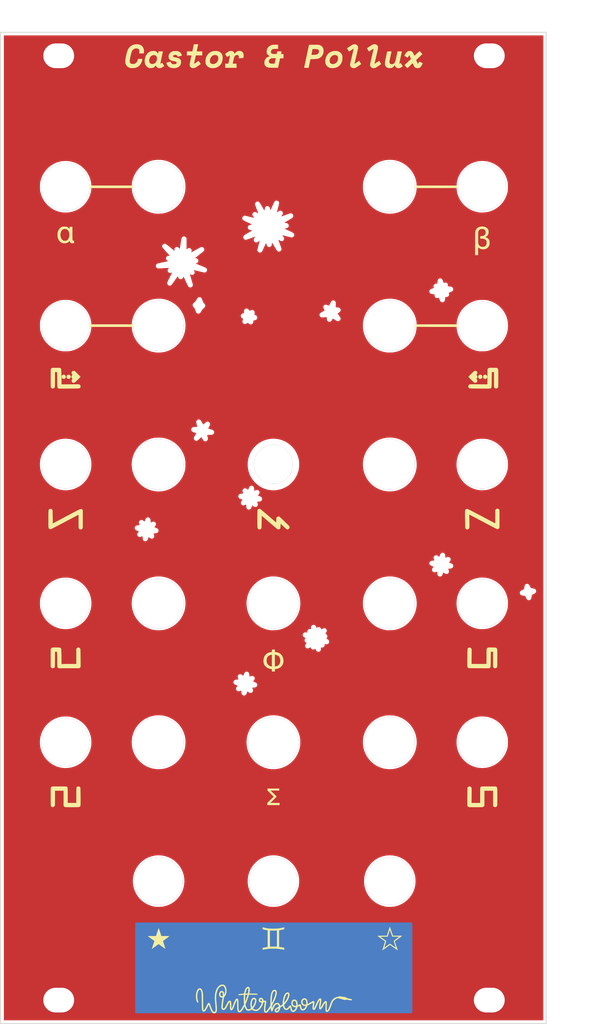
<source format=kicad_pcb>
(kicad_pcb (version 20171130) (host pcbnew "(5.1.6-0-10_14)")
  (title_block (title "Castor & Pollux") (date 2020-09-25) (rev v2) (company Winterbloom) (comment 1 "All rights reserved"))
  (layers (0 F.Cu signal hide) (31 B.Cu signal) (34 B.Paste user) (35 F.Paste user) (36 B.SilkS user) (37 F.SilkS user) (38 B.Mask user) (39 F.Mask user) (44 Edge.Cuts user))
  (net 0 "")
  (module panel:MountingHoleEurorackSlotM3 (layer F.Cu) (at 123.095999 168.9728)
    (fp_text reference " " hide)
    (fp_text value " " hide)
    (pad "" np_thru_hole roundrect (at 0 0) (size 4 3.2) (drill oval 4 3.2) (layers *.Cu *.Mask) (roundrect_rratio 0.5))
  )
  (module panel:MountingHoleEurorackSlotM3 (layer F.Cu) (at 123.095999 46.5702)
    (fp_text reference " " hide)
    (fp_text value " " hide)
    (pad "" np_thru_hole roundrect (at 0 0) (size 4 3.2) (drill oval 4 3.2) (layers *.Cu *.Mask) (roundrect_rratio 0.5))
  )
  (module panel:MountingHoleEurorackSlotM3 (layer F.Cu) (at 67.215999 168.9728)
    (fp_text reference " " hide)
    (fp_text value " " hide)
    (pad "" np_thru_hole roundrect (at 0 0) (size 4 3.2) (drill oval 4 3.2) (layers *.Cu *.Mask) (roundrect_rratio 0.5))
  )
  (module panel:MountingHoleEurorackSlotM3 (layer F.Cu) (at 67.215999 46.5702)
    (fp_text reference " " hide)
    (fp_text value " " hide)
    (pad "" np_thru_hole roundrect (at 0 0) (size 4 3.2) (drill oval 4 3.2) (layers *.Cu *.Mask) (roundrect_rratio 0.5))
  )
  (module LOGO (layer F.Cu) (at 95.0722 107.7722)
    (fp_text reference G*** hide)
    (fp_text value LOGO hide)
    (fp_poly (pts (xy 35.030834 63.8175) (xy -34.967333 63.8175) (xy -34.967333 45.686394) (xy -18.239552 45.686394) (xy -18.229954 46.044535) (xy -18.180821 46.403727) (xy -18.090949 46.761066) (xy -18.082146 46.788917) (xy -17.948122 47.139192) (xy -17.778907 47.46798) (xy -17.576896 47.77328) (xy -17.344482 48.053088) (xy -17.084057 48.305403) (xy -16.798014 48.528222) (xy -16.488747 48.719542) (xy -16.158649 48.877362) (xy -15.810114 48.999678) (xy -15.445533 49.084489) (xy -15.314083 49.10501) (xy -15.197416 49.115342) (xy -15.050416 49.119951) (xy -14.884639 49.119247) (xy -14.711639 49.113639) (xy -14.54297 49.103535) (xy -14.390187 49.089344) (xy -14.264846 49.071476) (xy -14.241965 49.067064) (xy -13.878708 48.971734) (xy -13.533585 48.839763) (xy -13.208719 48.673415) (xy -12.90623 48.474955) (xy -12.628239 48.246648) (xy -12.376867 47.99076) (xy -12.154235 47.709554) (xy -11.962464 47.405296) (xy -11.803675 47.080251) (xy -11.67999 46.736684) (xy -11.593528 46.376859) (xy -11.567436 46.211041) (xy -11.538338 45.834301) (xy -11.545708 45.619262) (xy -3.337913 45.619262) (xy -3.336471 45.973824) (xy -3.29728 46.325524) (xy -3.220626 46.671441) (xy -3.106791 47.008654) (xy -2.956058 47.334242) (xy -2.768712 47.645284) (xy -2.545035 47.938859) (xy -2.357966 48.141467) (xy -2.074936 48.395531) (xy -1.770634 48.613013) (xy -1.445301 48.793792) (xy -1.099175 48.937745) (xy -0.732497 49.044751) (xy -0.475702 49.095673) (xy -0.341821 49.110783) (xy -0.178067 49.118814) (xy 0.003748 49.120069) (xy 0.191813 49.114855) (xy 0.374317 49.103475) (xy 0.539447 49.086233) (xy 0.661492 49.066357) (xy 1.020281 48.972632) (xy 1.361023 48.842652) (xy 1.681774 48.678899) (xy 1.980588 48.483855) (xy 2.255521 48.260002) (xy 2.504629 48.009823) (xy 2.725966 47.735799) (xy 2.917589 47.440412) (xy 3.077552 47.126146) (xy 3.203911 46.795481) (xy 3.294722 46.450901) (xy 3.348039 46.094887) (xy 3.361918 45.729921) (xy 3.358351 45.624008) (xy 3.355274 45.594225) (xy 11.768865 45.594225) (xy 11.769463 45.981644) (xy 11.771459 46.016333) (xy 11.814446 46.378304) (xy 11.896424 46.728045) (xy 12.015235 47.063272) (xy 12.168722 47.381701) (xy 12.354726 47.681046) (xy 12.57109 47.959024) (xy 12.815656 48.213348) (xy 13.086266 48.441735) (xy 13.380762 48.641899) (xy 13.696987 48.811555) (xy 14.032783 48.94842) (xy 14.385991 49.050208) (xy 14.689667 49.106254) (xy 14.799841 49.116078) (xy 14.940741 49.120525) (xy 15.101158 49.120003) (xy 15.269881 49.114922) (xy 15.435701 49.105691) (xy 15.587408 49.092719) (xy 15.713793 49.076414) (xy 15.764452 49.067041) (xy 16.133045 48.967596) (xy 16.482113 48.832092) (xy 16.809674 48.662577) (xy 17.113743 48.461102) (xy 17.392339 48.229716) (xy 17.643478 47.970469) (xy 17.865178 47.685412) (xy 18.055455 47.376592) (xy 18.212327 47.046061) (xy 18.33381 46.695869) (xy 18.417923 46.328064) (xy 18.418749 46.32325) (xy 18.440275 46.151689) (xy 18.452219 45.954246) (xy 18.454811 45.743349) (xy 18.448278 45.531428) (xy 18.432851 45.330911) (xy 18.408757 45.154226) (xy 18.396051 45.089859) (xy 18.294674 44.725703) (xy 18.156621 44.379595) (xy 17.983982 44.053865) (xy 17.778848 43.750839) (xy 17.54331 43.472843) (xy 17.279457 43.222205) (xy 16.989379 43.001251) (xy 16.675168 42.81231) (xy 16.338914 42.657707) (xy 16.150167 42.58973) (xy 15.794289 42.495013) (xy 15.434093 42.440702) (xy 15.07291 42.425891) (xy 14.714075 42.449675) (xy 14.360919 42.511149) (xy 14.016776 42.609405) (xy 13.684979 42.743539) (xy 13.368861 42.912644) (xy 13.071754 43.115815) (xy 12.796992 43.352146) (xy 12.605369 43.553147) (xy 12.367104 43.856149) (xy 12.168068 44.174939) (xy 12.008493 44.508829) (xy 11.888613 44.857131) (xy 11.808659 45.219159) (xy 11.768865 45.594225) (xy 3.355274 45.594225) (xy 3.319481 45.247802) (xy 3.240733 44.884831) (xy 3.12169 44.533837) (xy 2.961931 44.193559) (xy 2.785802 43.899667) (xy 2.673824 43.746805) (xy 2.535494 43.583382) (xy 2.380221 43.418877) (xy 2.217413 43.262769) (xy 2.056476 43.124539) (xy 1.906821 43.013665) (xy 1.905893 43.013046) (xy 1.572097 42.814747) (xy 1.228039 42.656865) (xy 0.876049 42.539401) (xy 0.518455 42.462355) (xy 0.157586 42.425727) (xy -0.204229 42.429516) (xy -0.564661 42.473723) (xy -0.921381 42.558348) (xy -1.272061 42.683391) (xy -1.614372 42.848851) (xy -1.884726 43.013046) (xy -2.036853 43.125671) (xy -2.19996 43.265961) (xy -2.36468 43.42446) (xy -2.521644 43.591709) (xy -2.661485 43.758253) (xy -2.76899 43.905766) (xy -2.960538 44.23082) (xy -3.11292 44.567618) (xy -3.226422 44.913238) (xy -3.301325 45.26476) (xy -3.337913 45.619262) (xy -11.545708 45.619262) (xy -11.551056 45.463256) (xy -11.605315 45.099068) (xy -11.700843 44.742899) (xy -11.837363 44.395911) (xy -12.014603 44.059266) (xy -12.111266 43.905892) (xy -12.222928 43.753555) (xy -12.360659 43.590314) (xy -12.515116 43.425644) (xy -12.676955 43.269022) (xy -12.836832 43.129923) (xy -12.985403 43.017824) (xy -12.989937 43.01474) (xy -13.315239 42.818933) (xy -13.653655 42.662201) (xy -14.002344 42.54472) (xy -14.358465 42.466667) (xy -14.71918 42.428218) (xy -15.081646 42.42955) (xy -15.443025 42.470839) (xy -15.800475 42.552261) (xy -16.151157 42.673994) (xy -16.426252 42.80121) (xy -16.745719 42.989233) (xy -17.037703 43.207327) (xy -17.300998 43.452591) (xy -17.534399 43.722121) (xy -17.736702 44.013016) (xy -17.9067 44.322375) (xy -18.043189 44.647294) (xy -18.144964 44.984871) (xy -18.21082 45.332206) (xy -18.239552 45.686394) (xy -34.967333 45.686394) (xy -34.967333 27.925856) (xy -30.304912 27.925856) (xy -30.267976 28.292589) (xy -30.247219 28.411286) (xy -30.158303 28.764689) (xy -30.032901 29.101258) (xy -29.873625 29.419029) (xy -29.683086 29.716043) (xy -29.463894 29.990336) (xy -29.218663 30.239948) (xy -28.950002 30.462916) (xy -28.660523 30.657279) (xy -28.352837 30.821074) (xy -28.029556 30.952341) (xy -27.693291 31.049117) (xy -27.346653 31.109441) (xy -26.992253 31.131351) (xy -26.648833 31.114598) (xy -26.352687 31.073403) (xy -26.07953 31.011774) (xy -25.815014 30.925527) (xy -25.544789 30.81048) (xy -25.452916 30.765978) (xy -25.130353 30.582379) (xy -24.833534 30.366125) (xy -24.564077 30.119349) (xy -24.323597 29.844179) (xy -24.113711 29.542746) (xy -23.936036 29.217179) (xy -23.792186 28.86961) (xy -23.68378 28.502168) (xy -23.662027 28.405667) (xy -23.643241 28.30804) (xy -23.62988 28.213889) (xy -23.621077 28.112432) (xy -23.615963 27.992885) (xy -23.61367 27.844467) (xy -23.613439 27.802417) (xy -23.613712 27.75848) (xy -18.389755 27.75848) (xy -18.372023 28.127353) (xy -18.315878 28.49329) (xy -18.22119 28.852573) (xy -18.087831 29.201486) (xy -18.022208 29.340157) (xy -17.835581 29.666959) (xy -17.617338 29.96847) (xy -17.370424 30.243054) (xy -17.097783 30.489077) (xy -16.80236 30.704905) (xy -16.4871 30.888904) (xy -16.154946 31.03944) (xy -15.808843 31.154877) (xy -15.451736 31.233582) (xy -15.08657 31.273921) (xy -14.716288 31.274259) (xy -14.559618 31.262045) (xy -14.348602 31.236011) (xy -14.159032 31.201513) (xy -13.971134 31.154309) (xy -13.777275 31.0942) (xy -13.431708 30.957571) (xy -13.104189 30.7844) (xy -12.797339 30.577568) (xy -12.513776 30.339956) (xy -12.256122 30.074444) (xy -12.026995 29.783912) (xy -11.829017 29.471242) (xy -11.664806 29.139312) (xy -11.536983 28.791005) (xy -11.476307 28.564417) (xy -11.425313 28.279681) (xy -11.397261 27.976571) (xy -11.39453 27.80394) (xy -3.488611 27.80394) (xy -3.46794 28.164073) (xy -3.409813 28.522244) (xy -3.313636 28.875434) (xy -3.178816 29.220625) (xy -3.004761 29.554801) (xy -2.991788 29.576546) (xy -2.780111 29.888727) (xy -2.538553 30.173453) (xy -2.270168 30.429183) (xy -1.978008 30.654371) (xy -1.665124 30.847475) (xy -1.334568 31.006951) (xy -0.989393 31.131256) (xy -0.63265 31.218847) (xy -0.267391 31.268179) (xy 0.103331 31.277711) (xy 0.341716 31.262245) (xy 0.72254 31.203359) (xy 1.088243 31.106116) (xy 1.436709 30.972447) (xy 1.765827 30.80428) (xy 2.073481 30.603544) (xy 2.357558 30.372169) (xy 2.615945 30.112084) (xy 2.846528 29.825217) (xy 3.047194 29.513498) (xy 3.215828 29.178856) (xy 3.350317 28.823221) (xy 3.448547 28.448521) (xy 3.454005 28.421656) (xy 3.477777 28.265633) (xy 3.494052 28.081346) (xy 3.502726 27.880838) (xy 3.50355 27.70682) (xy 11.61129 27.70682) (xy 11.622651 28.065221) (xy 11.671352 28.422827) (xy 11.757912 28.776833) (xy 11.882853 29.124434) (xy 12.046695 29.462823) (xy 12.209108 29.729476) (xy 12.436297 30.031643) (xy 12.692165 30.304539) (xy 12.973665 30.54676) (xy 13.277748 30.756899) (xy 13.601365 30.93355) (xy 13.941466 31.075308) (xy 14.295003 31.180767) (xy 14.658927 31.24852) (xy 15.030189 31.277162) (xy 15.40574 31.265287) (xy 15.515321 31.254027) (xy 15.886621 31.189475) (xy 16.243496 31.087258) (xy 16.583764 30.949658) (xy 16.905244 30.778962) (xy 17.205756 30.577452) (xy 17.483118 30.347414) (xy 17.73515 30.091132) (xy 17.95967 29.81089) (xy 18.154497 29.508972) (xy 18.317451 29.187664) (xy 18.446351 28.849248) (xy 18.539015 28.496009) (xy 18.593262 28.130233) (xy 18.601533 28.021545) (xy 18.603456 27.890295) (xy 23.761966 27.890295) (xy 23.792843 28.249057) (xy 23.861991 28.598269) (xy 23.9675 28.935411) (xy 24.107462 29.257967) (xy 24.279965 29.563419) (xy 24.4831 29.84925) (xy 24.714957 30.112942) (xy 24.973625 30.351977) (xy 25.257195 30.563837) (xy 25.563757 30.746006) (xy 25.8914 30.895966) (xy 26.238215 31.011199) (xy 26.455706 31.062824) (xy 26.808668 31.11379) (xy 27.170862 31.126718) (xy 27.532594 31.101436) (xy 27.654881 31.083922) (xy 28.014683 31.004387) (xy 28.360277 30.886371) (xy 28.688992 30.732123) (xy 28.998155 30.543894) (xy 29.285095 30.323934) (xy 29.547139 30.074492) (xy 29.781615 29.797819) (xy 29.985851 29.496165) (xy 30.157175 29.17178) (xy 30.275987 28.876822) (xy 30.332031 28.708439) (xy 30.374832 28.559458) (xy 30.406021 28.419359) (xy 30.427228 28.277624) (xy 30.440082 28.123732) (xy 30.446212 27.947165) (xy 30.447353 27.770667) (xy 30.446445 27.608967) (xy 30.444039 27.48121) (xy 30.439541 27.379013) (xy 30.432356 27.293996) (xy 30.421888 27.217777) (xy 30.407544 27.141975) (xy 30.400395 27.109028) (xy 30.296251 26.734448) (xy 30.156557 26.381341) (xy 29.98302 26.05141) (xy 29.777348 25.74636) (xy 29.54125 25.467893) (xy 29.276435 25.217714) (xy 28.98461 24.997526) (xy 28.667484 24.809032) (xy 28.326765 24.653936) (xy 27.964162 24.533941) (xy 27.770667 24.486659) (xy 27.635391 24.464372) (xy 27.470779 24.448179) (xy 27.287517 24.438172) (xy 27.096288 24.434443) (xy 26.907779 24.437084) (xy 26.732675 24.446187) (xy 26.58166 24.461842) (xy 26.500667 24.475748) (xy 26.122374 24.57594) (xy 25.765443 24.711117) (xy 25.431563 24.880001) (xy 25.122422 25.081315) (xy 24.83971 25.313778) (xy 24.585115 25.576113) (xy 24.360327 25.86704) (xy 24.167035 26.185283) (xy 24.119132 26.278417) (xy 23.996381 26.548028) (xy 23.903218 26.805278) (xy 23.835832 27.063818) (xy 23.790412 27.3373) (xy 23.771272 27.524498) (xy 23.761966 27.890295) (xy 18.603456 27.890295) (xy 18.607136 27.639261) (xy 18.576244 27.274873) (xy 18.50782 26.923154) (xy 18.400828 26.578879) (xy 18.254232 26.236818) (xy 18.243496 26.214917) (xy 18.059203 25.88882) (xy 17.841196 25.586118) (xy 17.592415 25.309023) (xy 17.315798 25.059748) (xy 17.014286 24.840506) (xy 16.690819 24.653509) (xy 16.348334 24.500971) (xy 15.989773 24.385106) (xy 15.737417 24.328234) (xy 15.595241 24.308293) (xy 15.424646 24.294849) (xy 15.236156 24.287824) (xy 15.040296 24.287139) (xy 14.847587 24.292717) (xy 14.668556 24.304478) (xy 14.513725 24.322344) (xy 14.427316 24.33801) (xy 14.080753 24.431433) (xy 13.74697 24.554574) (xy 13.433874 24.704025) (xy 13.149374 24.87638) (xy 13.103442 24.90841) (xy 12.802168 25.147704) (xy 12.53355 25.411455) (xy 12.298107 25.696856) (xy 12.096361 26.001103) (xy 11.928832 26.32139) (xy 11.796039 26.654911) (xy 11.698505 26.99886) (xy 11.636748 27.350431) (xy 11.61129 27.70682) (xy 3.50355 27.70682) (xy 3.503696 27.676149) (xy 3.496859 27.479323) (xy 3.482112 27.302401) (xy 3.464608 27.183593) (xy 3.371341 26.796361) (xy 3.241354 26.430011) (xy 3.074814 26.084863) (xy 2.871888 25.761236) (xy 2.632743 25.459451) (xy 2.476927 25.293968) (xy 2.19552 25.041781) (xy 1.893693 24.825036) (xy 1.574504 24.643948) (xy 1.241011 24.498734) (xy 0.89627 24.389608) (xy 0.543339 24.316785) (xy 0.185277 24.280482) (xy -0.174859 24.280913) (xy -0.534011 24.318295) (xy -0.889122 24.392842) (xy -1.237135 24.50477) (xy -1.57499 24.654294) (xy -1.899632 24.841631) (xy -2.08697 24.972397) (xy -2.376718 25.214384) (xy -2.634347 25.48157) (xy -2.859264 25.770937) (xy -3.050877 26.079467) (xy -3.208592 26.404143) (xy -3.331816 26.741946) (xy -3.419956 27.089859) (xy -3.472418 27.444863) (xy -3.488611 27.80394) (xy -11.39453 27.80394) (xy -11.392388 27.668586) (xy -11.410935 27.369224) (xy -11.450478 27.105039) (xy -11.546165 26.733113) (xy -11.679098 26.378916) (xy -11.847174 26.04457) (xy -12.048291 25.732194) (xy -12.280344 25.443909) (xy -12.54123 25.181835) (xy -12.828847 24.948091) (xy -13.141089 24.744799) (xy -13.475855 24.574078) (xy -13.831041 24.438048) (xy -14.19225 24.341429) (xy -14.357756 24.313972) (xy -14.551835 24.294498) (xy -14.761417 24.283377) (xy -14.973431 24.280981) (xy -15.174808 24.287679) (xy -15.352476 24.303842) (xy -15.380639 24.307742) (xy -15.760591 24.384542) (xy -16.124799 24.5) (xy -16.471134 24.652688) (xy -16.797466 24.841179) (xy -17.101662 25.064046) (xy -17.381594 25.31986) (xy -17.635131 25.607195) (xy -17.860141 25.924624) (xy -17.906706 26.000191) (xy -18.079115 26.327981) (xy -18.213753 26.671422) (xy -18.310492 27.026797) (xy -18.369202 27.390389) (xy -18.389755 27.75848) (xy -23.613712 27.75848) (xy -23.61459 27.617331) (xy -23.620696 27.462004) (xy -23.633244 27.324004) (xy -23.653716 27.190899) (xy -23.683598 27.050257) (xy -23.72086 26.902833) (xy -23.835188 26.553097) (xy -23.986263 26.22188) (xy -24.171785 25.911338) (xy -24.389457 25.623628) (xy -24.636982 25.360907) (xy -24.912062 25.125332) (xy -25.212398 24.919059) (xy -25.535692 24.744246) (xy -25.879648 24.603049) (xy -26.241967 24.497624) (xy -26.296456 24.485312) (xy -26.378213 24.468777) (xy -26.455672 24.456567) (xy -26.537563 24.448064) (xy -26.632618 24.442648) (xy -26.749567 24.439701) (xy -26.897143 24.438601) (xy -26.95575 24.438539) (xy -27.161436 24.440763) (xy -27.335595 24.448533) (xy -27.488854 24.463498) (xy -27.631841 24.487304) (xy -27.775182 24.521598) (xy -27.929504 24.568029) (xy -28.047174 24.607736) (xy -28.39181 24.749189) (xy -28.713139 24.924093) (xy -29.009617 25.129781) (xy -29.279701 25.363584) (xy -29.521845 25.622831) (xy -29.734508 25.904855) (xy -29.916145 26.206988) (xy -30.065212 26.526559) (xy -30.180166 26.8609) (xy -30.259463 27.207342) (xy -30.30156 27.563217) (xy -30.304912 27.925856) (xy -34.967333 27.925856) (xy -34.967333 19.996098) (xy -5.185833 19.996098) (xy -5.172897 20.100169) (xy -5.131663 20.187136) (xy -5.058496 20.260848) (xy -4.949757 20.325155) (xy -4.827962 20.374827) (xy -4.750658 20.40424) (xy -4.691492 20.430457) (xy -4.659674 20.449238) (xy -4.656666 20.453658) (xy -4.669004 20.479) (xy -4.70067 20.524713) (xy -4.727952 20.559854) (xy -4.790591 20.642776) (xy -4.828166 20.70933) (xy -4.846313 20.772297) (xy -4.850694 20.838128) (xy -4.833242 20.955403) (xy -4.780255 21.050483) (xy -4.690791 21.124705) (xy -4.626012 21.15699) (xy -4.544542 21.178772) (xy -4.458136 21.174272) (xy -4.355826 21.142329) (xy -4.312999 21.123894) (xy -4.253917 21.099233) (xy -4.209177 21.084376) (xy -4.198097 21.082465) (xy -4.182888 21.102643) (xy -4.169796 21.161067) (xy -4.160355 21.246042) (xy -4.151281 21.336818) (xy -4.139731 21.421213) (xy -4.128102 21.481887) (xy -4.127355 21.484767) (xy -4.082798 21.574852) (xy -4.005353 21.652084) (xy -3.904082 21.709283) (xy -3.81 21.736139) (xy -3.784661 21.732143) (xy -3.735092 21.719988) (xy -3.720699 21.716068) (xy -3.641477 21.685341) (xy -3.57729 21.637793) (xy -3.522128 21.566434) (xy -3.46998 21.464278) (xy -3.438784 21.388259) (xy -3.396624 21.286806) (xy -3.363965 21.224346) (xy -3.341289 21.201756) (xy -3.336887 21.202638) (xy -3.307935 21.222991) (xy -3.258034 21.260592) (xy -3.212356 21.296054) (xy -3.146038 21.341969) (xy -3.081405 21.376781) (xy -3.046659 21.389211) (xy -2.933748 21.393679) (xy -2.825522 21.361362) (xy -2.732636 21.297284) (xy -2.667854 21.210673) (xy -2.635567 21.128854) (xy -2.627706 21.048946) (xy -2.644627 20.958303) (xy -2.677583 20.866263) (xy -2.704533 20.797925) (xy -2.723593 20.745751) (xy -2.7305 20.721687) (xy -2.710934 20.713986) (xy -2.658519 20.705369) (xy -2.582676 20.697214) (xy -2.539846 20.693806) (xy -2.393375 20.676992) (xy -2.282243 20.647695) (xy -2.200386 20.602244) (xy -2.141738 20.536971) (xy -2.100234 20.448205) (xy -2.09214 20.422967) (xy -2.079299 20.313792) (xy -2.106392 20.212127) (xy -2.171253 20.121025) (xy -2.27172 20.043542) (xy -2.403643 19.983415) (xy -2.502287 19.949294) (xy -2.565236 19.924038) (xy -2.596226 19.901113) (xy -2.598994 19.873984) (xy -2.577277 19.836116) (xy -2.534813 19.780973) (xy -2.525926 19.769574) (xy -2.469522 19.690945) (xy -2.436776 19.626925) (xy -2.420784 19.562829) (xy -2.41811 19.540238) (xy -2.425189 19.419599) (xy -2.470341 19.316531) (xy -2.552378 19.233584) (xy -2.565179 19.224749) (xy -2.664624 19.179859) (xy -2.775138 19.171455) (xy -2.901324 19.199444) (xy -2.948219 19.217072) (xy -3.013918 19.241258) (xy -3.063219 19.254387) (xy -3.083723 19.254165) (xy -3.091143 19.228552) (xy -3.100004 19.170997) (xy -3.108851 19.091796) (xy -3.112532 19.050712) (xy -3.133967 18.902555) (xy -3.172465 18.789959) (xy -3.230908 18.708598) (xy -3.312177 18.654144) (xy -3.394639 18.627255) (xy -3.508452 18.619452) (xy -3.609067 18.650757) (xy -3.697085 18.721634) (xy -3.773105 18.832549) (xy -3.831121 18.965207) (xy -3.861603 19.046977) (xy -3.887441 19.1112) (xy -3.905045 19.14921) (xy -3.910107 19.155833) (xy -3.930703 19.143665) (xy -3.974261 19.111933) (xy -4.025129 19.072412) (xy -4.140883 18.994434) (xy -4.246685 18.955125) (xy -4.347964 18.953714) (xy -4.450153 18.98943) (xy -4.482235 19.007535) (xy -4.568767 19.082141) (xy -4.618831 19.177435) (xy -4.632175 19.292179) (xy -4.608547 19.425139) (xy -4.582583 19.49857) (xy -4.555763 19.565537) (xy -4.536724 19.614914) (xy -4.529666 19.635732) (xy -4.548664 19.6398) (xy -4.596991 19.642357) (xy -4.630208 19.642789) (xy -4.742939 19.648523) (xy -4.853792 19.663856) (xy -4.950671 19.686384) (xy -5.021481 19.713704) (xy -5.037553 19.723721) (xy -5.121268 19.807934) (xy -5.172206 19.908533) (xy -5.185833 19.996098) (xy -34.967333 19.996098) (xy -34.967333 13.881626) (xy 3.806601 13.881626) (xy 3.825158 13.987777) (xy 3.881999 14.081042) (xy 3.978402 14.163164) (xy 4.03973 14.199471) (xy 4.168728 14.268226) (xy 4.105781 14.355122) (xy 4.055296 14.457454) (xy 4.041374 14.566312) (xy 4.061415 14.672876) (xy 4.112816 14.768322) (xy 4.192977 14.843828) (xy 4.260059 14.878334) (xy 4.318534 14.900489) (xy 4.224921 15.027653) (xy 4.155305 15.135543) (xy 4.119373 15.228645) (xy 4.115544 15.315589) (xy 4.142236 15.405008) (xy 4.151998 15.425769) (xy 4.197086 15.496362) (xy 4.252825 15.557285) (xy 4.275667 15.575217) (xy 4.369944 15.613868) (xy 4.47968 15.618413) (xy 4.596263 15.589571) (xy 4.692515 15.540495) (xy 4.750985 15.504282) (xy 4.794528 15.479728) (xy 4.810988 15.472833) (xy 4.826395 15.490396) (xy 4.850823 15.535017) (xy 4.864675 15.564742) (xy 4.928982 15.663125) (xy 5.016573 15.730318) (xy 5.1196 15.763815) (xy 5.230213 15.761112) (xy 5.340562 15.719703) (xy 5.343968 15.71773) (xy 5.440601 15.661099) (xy 5.501018 15.794508) (xy 5.565681 15.914213) (xy 5.636392 15.995561) (xy 5.718726 16.042527) (xy 5.818253 16.059085) (xy 5.870035 16.057681) (xy 5.948449 16.043574) (xy 6.014626 16.017283) (xy 6.027477 16.008939) (xy 6.094822 15.950675) (xy 6.138454 15.888929) (xy 6.163674 15.811915) (xy 6.175787 15.707844) (xy 6.177412 15.675683) (xy 6.18474 15.500605) (xy 6.283849 15.510129) (xy 6.405948 15.503293) (xy 6.510693 15.457904) (xy 6.595918 15.376185) (xy 6.63312 15.319309) (xy 6.651442 15.262998) (xy 6.65685 15.187453) (xy 6.656917 15.173781) (xy 6.658309 15.10514) (xy 6.664758 15.069617) (xy 6.67967 15.058029) (xy 6.69925 15.059675) (xy 6.846684 15.080544) (xy 6.964803 15.077815) (xy 7.060141 15.050402) (xy 7.139233 14.99722) (xy 7.152705 14.984372) (xy 7.222371 14.889203) (xy 7.253373 14.786478) (xy 7.247284 14.681799) (xy 7.205674 14.580772) (xy 7.130116 14.488999) (xy 7.022182 14.412086) (xy 6.987231 14.394378) (xy 6.880835 14.344545) (xy 6.932354 14.283318) (xy 6.994495 14.181862) (xy 7.020275 14.072881) (xy 7.008953 13.970954) (xy 6.962018 13.869136) (xy 6.892148 13.786359) (xy 6.816095 13.737344) (xy 6.772434 13.716476) (xy 6.752318 13.701373) (xy 6.752167 13.700603) (xy 6.764093 13.67933) (xy 6.794297 13.637211) (xy 6.812767 13.613212) (xy 6.893053 13.493244) (xy 6.934914 13.384083) (xy 6.939228 13.280812) (xy 6.906874 13.178512) (xy 6.894607 13.155083) (xy 6.828886 13.074111) (xy 6.740403 13.014598) (xy 6.642246 12.983646) (xy 6.576546 12.982548) (xy 6.516489 12.998794) (xy 6.438943 13.031318) (xy 6.367394 13.069287) (xy 6.303766 13.106127) (xy 6.256597 13.131426) (xy 6.235297 13.140163) (xy 6.234966 13.139959) (xy 6.225131 13.118737) (xy 6.20426 13.071637) (xy 6.191021 13.041354) (xy 6.128815 12.946764) (xy 6.042188 12.880585) (xy 5.940186 12.845489) (xy 5.83186 12.84415) (xy 5.726256 12.879238) (xy 5.69849 12.895899) (xy 5.61975 12.948515) (xy 5.545667 12.797799) (xy 5.482364 12.686837) (xy 5.416562 12.612577) (xy 5.341095 12.569645) (xy 5.248795 12.552669) (xy 5.217584 12.551833) (xy 5.101233 12.56907) (xy 5.006747 12.62184) (xy 4.931596 12.711734) (xy 4.91433 12.742504) (xy 4.886891 12.80347) (xy 4.874074 12.860527) (xy 4.872968 12.931771) (xy 4.876057 12.980458) (xy 4.880982 13.051922) (xy 4.883432 13.10316) (xy 4.882891 13.123321) (xy 4.882837 13.123333) (xy 4.861923 13.118129) (xy 4.815866 13.105319) (xy 4.805861 13.102461) (xy 4.705291 13.093818) (xy 4.607674 13.120538) (xy 4.520222 13.175869) (xy 4.450148 13.253054) (xy 4.404666 13.345341) (xy 4.390987 13.445974) (xy 4.395899 13.486367) (xy 4.40825 13.548123) (xy 4.240288 13.534115) (xy 4.145321 13.528481) (xy 4.079397 13.531285) (xy 4.029866 13.54364) (xy 4.005277 13.55478) (xy 3.903623 13.625696) (xy 3.839033 13.715832) (xy 3.809263 13.82888) (xy 3.806601 13.881626) (xy -34.967333 13.881626) (xy -34.967333 9.784683) (xy -30.307182 9.784683) (xy -30.287669 10.137658) (xy -30.231425 10.483425) (xy -30.139824 10.819404) (xy -30.014237 11.143015) (xy -29.856036 11.451677) (xy -29.666594 11.74281) (xy -29.447282 12.013833) (xy -29.199473 12.262166) (xy -28.924539 12.485228) (xy -28.623852 12.68044) (xy -28.298784 12.845221) (xy -27.950708 12.97699) (xy -27.84475 13.008918) (xy -27.577519 13.069415) (xy -27.287157 13.107606) (xy -26.986913 13.12283) (xy -26.690035 13.114427) (xy -26.409774 13.081737) (xy -26.403695 13.080706) (xy -26.042524 12.998599) (xy -25.699657 12.880381) (xy -25.376733 12.728555) (xy -25.075392 12.545626) (xy -24.797271 12.334096) (xy -24.544009 12.09647) (xy -24.317247 11.835251) (xy -24.118621 11.552943) (xy -23.949771 11.25205) (xy -23.812336 10.935075) (xy -23.707955 10.604522) (xy -23.638266 10.262894) (xy -23.604908 9.912696) (xy -23.6059 9.836033) (xy -18.389445 9.836033) (xy -18.363176 10.204974) (xy -18.297443 10.572623) (xy -18.191596 10.935981) (xy -18.109995 11.147309) (xy -17.945756 11.482091) (xy -17.746053 11.796669) (xy -17.513992 12.088279) (xy -17.252677 12.354159) (xy -16.965212 12.591545) (xy -16.654703 12.797673) (xy -16.324254 12.96978) (xy -15.976969 13.105102) (xy -15.875 13.136648) (xy -15.697607 13.184854) (xy -15.53494 13.220346) (xy -15.375396 13.244531) (xy -15.207373 13.258817) (xy -15.019266 13.264613) (xy -14.82725 13.263798) (xy -14.672788 13.260762) (xy -14.550854 13.256492) (xy -14.451645 13.250044) (xy -14.365357 13.240474) (xy -14.282185 13.226839) (xy -14.192326 13.208196) (xy -14.150256 13.198652) (xy -13.77181 13.091791) (xy -13.418202 12.951074) (xy -13.087499 12.775439) (xy -12.777769 12.563822) (xy -12.487078 12.315162) (xy -12.414617 12.24455) (xy -12.204838 12.018421) (xy -12.026464 11.788457) (xy -11.869707 11.541057) (xy -11.759874 11.33475) (xy -11.620798 11.02464) (xy -11.517101 10.721729) (xy -11.445945 10.415015) (xy -11.404489 10.093496) (xy -11.393702 9.916177) (xy -11.396104 9.728128) (xy -3.488872 9.728128) (xy -3.47341 10.099769) (xy -3.418313 10.471353) (xy -3.323012 10.839913) (xy -3.241704 11.070167) (xy -3.089868 11.401261) (xy -2.90082 11.71678) (xy -2.678046 12.012803) (xy -2.425031 12.285408) (xy -2.14526 12.530677) (xy -1.842218 12.744688) (xy -1.656366 12.85338) (xy -1.373217 12.989089) (xy -1.065396 13.104586) (xy -0.747721 13.194912) (xy -0.473455 13.249377) (xy -0.413023 13.255083) (xy -0.319337 13.259382) (xy -0.20146 13.262068) (xy -0.068454 13.262939) (xy 0.070619 13.261788) (xy 0.074084 13.261732) (xy 0.241825 13.257956) (xy 0.376513 13.252272) (xy 0.487411 13.243912) (xy 0.583783 13.232103) (xy 0.674892 13.216076) (xy 0.709084 13.208932) (xy 1.085663 13.106618) (xy 1.442823 12.967986) (xy 1.778578 12.794945) (xy 2.09094 12.589404) (xy 2.377923 12.353272) (xy 2.63754 12.088458) (xy 2.867805 11.796871) (xy 3.066731 11.48042) (xy 3.232331 11.141013) (xy 3.362619 10.78056) (xy 3.408424 10.615083) (xy 3.480125 10.246169) (xy 3.51092 9.877079) (xy 3.504567 9.612285) (xy 11.613903 9.612285) (xy 11.616047 9.972834) (xy 11.655351 10.329824) (xy 11.731048 10.680427) (xy 11.842374 11.021815) (xy 11.988562 11.351159) (xy 12.168846 11.66563) (xy 12.382462 11.9624) (xy 12.628641 12.238641) (xy 12.90662 12.491524) (xy 13.215632 12.718221) (xy 13.218584 12.720155) (xy 13.527708 12.897829) (xy 13.864795 13.044958) (xy 14.227706 13.160766) (xy 14.614307 13.244478) (xy 14.70025 13.2582) (xy 14.740641 13.260803) (xy 14.81569 13.262436) (xy 14.917733 13.263056) (xy 15.039106 13.262622) (xy 15.172144 13.261092) (xy 15.187084 13.260856) (xy 15.355328 13.257092) (xy 15.490195 13.251407) (xy 15.600627 13.243065) (xy 15.695564 13.231334) (xy 15.783945 13.215479) (xy 15.8115 13.209593) (xy 16.195354 13.104451) (xy 16.556619 12.963542) (xy 16.8952 12.786918) (xy 17.211003 12.57463) (xy 17.503936 12.326731) (xy 17.642417 12.188792) (xy 17.889294 11.900298) (xy 18.102409 11.590198) (xy 18.280213 11.261985) (xy 18.421153 10.919154) (xy 18.523681 10.565198) (xy 18.586244 10.203611) (xy 18.601662 10.027711) (xy 18.605038 9.798226) (xy 23.760569 9.798226) (xy 23.783781 10.16141) (xy 23.845936 10.518948) (xy 23.946041 10.867328) (xy 24.083102 11.203041) (xy 24.256128 11.522577) (xy 24.464124 11.822424) (xy 24.686472 12.078875) (xy 24.969161 12.343325) (xy 25.271933 12.570893) (xy 25.593717 12.761012) (xy 25.93344 12.913116) (xy 26.29003 13.026635) (xy 26.599475 13.091381) (xy 26.735597 13.106888) (xy 26.901275 13.115518) (xy 27.084813 13.117556) (xy 27.274519 13.113289) (xy 27.458699 13.103002) (xy 27.625658 13.086981) (xy 27.763703 13.065512) (xy 27.777872 13.062561) (xy 28.147357 12.962078) (xy 28.496962 12.82517) (xy 28.824772 12.653745) (xy 29.128874 12.449711) (xy 29.407355 12.214976) (xy 29.658301 11.951445) (xy 29.879799 11.661027) (xy 30.069935 11.34563) (xy 30.226795 11.007159) (xy 30.348466 10.647524) (xy 30.397482 10.451474) (xy 30.418807 10.334058) (xy 30.434756 10.196391) (xy 30.446072 10.030607) (xy 30.452238 9.87425) (xy 30.455924 9.723873) (xy 30.456402 9.604288) (xy 30.453076 9.504034) (xy 30.445351 9.411652) (xy 30.432633 9.31568) (xy 30.418821 9.230712) (xy 30.336556 8.867849) (xy 30.218466 8.523866) (xy 30.166767 8.413393) (xy 31.969363 8.413393) (xy 31.98682 8.519873) (xy 32.044375 8.619581) (xy 32.053444 8.630281) (xy 32.102516 8.679615) (xy 32.155758 8.715996) (xy 32.222325 8.742972) (xy 32.311371 8.764085) (xy 32.432051 8.782882) (xy 32.455566 8.785997) (xy 32.663716 8.813115) (xy 32.777509 9.040011) (xy 32.841983 9.160991) (xy 32.898502 9.248222) (xy 32.952361 9.308161) (xy 33.008855 9.347265) (xy 33.041167 9.361561) (xy 33.124871 9.375403) (xy 33.22178 9.365585) (xy 33.31165 9.334399) (xy 33.319789 9.330014) (xy 33.382031 9.287623) (xy 33.42907 9.235184) (xy 33.464685 9.164917) (xy 33.492656 9.069036) (xy 33.516765 8.93976) (xy 33.520235 8.917313) (xy 33.555669 8.683639) (xy 33.725175 8.601611) (xy 33.852136 8.537033) (xy 33.945468 8.481098) (xy 34.011576 8.428682) (xy 34.056864 8.374661) (xy 34.087735 8.313911) (xy 34.089094 8.310399) (xy 34.114051 8.199945) (xy 34.099619 8.09499) (xy 34.058116 8.007442) (xy 34.02994 7.965403) (xy 33.998849 7.931921) (xy 33.958888 7.904782) (xy 33.904099 7.881771) (xy 33.828528 7.860674) (xy 33.726218 7.839276) (xy 33.591212 7.815363) (xy 33.501245 7.800399) (xy 33.464198 7.792324) (xy 33.43554 7.777427) (xy 33.408997 7.748335) (xy 33.378295 7.697674) (xy 33.33716 7.618069) (xy 33.324384 7.592527) (xy 33.254782 7.461661) (xy 33.192119 7.366231) (xy 33.130713 7.301264) (xy 33.064882 7.261786) (xy 32.988944 7.242826) (xy 32.92051 7.239079) (xy 32.819112 7.250067) (xy 32.737916 7.285322) (xy 32.674036 7.348544) (xy 32.624588 7.443435) (xy 32.586687 7.573694) (xy 32.564211 7.696127) (xy 32.528291 7.931004) (xy 32.318154 8.034396) (xy 32.207242 8.090947) (xy 32.127881 8.13766) (xy 32.072491 8.180859) (xy 32.033495 8.226863) (xy 32.003315 8.281994) (xy 31.99302 8.3056) (xy 31.969363 8.413393) (xy 30.166767 8.413393) (xy 30.067043 8.200299) (xy 29.884777 7.898681) (xy 29.674161 7.620546) (xy 29.437684 7.36743) (xy 29.177838 7.140867) (xy 28.897114 6.942391) (xy 28.598004 6.773536) (xy 28.282998 6.635836) (xy 27.954587 6.530827) (xy 27.615263 6.460042) (xy 27.267517 6.425016) (xy 26.913839 6.427283) (xy 26.556721 6.468378) (xy 26.198654 6.549835) (xy 26.1097 6.576553) (xy 25.762308 6.707767) (xy 25.434792 6.874904) (xy 25.129479 7.075415) (xy 24.848696 7.306751) (xy 24.594769 7.566361) (xy 24.370026 7.851696) (xy 24.176794 8.160207) (xy 24.017399 8.489344) (xy 23.894168 8.836558) (xy 23.834947 9.068961) (xy 23.777293 9.432907) (xy 23.760569 9.798226) (xy 18.605038 9.798226) (xy 18.607325 9.642819) (xy 18.576421 9.276193) (xy 18.508082 8.923353) (xy 18.401446 8.579816) (xy 18.257268 8.244417) (xy 18.072164 7.912156) (xy 17.856821 7.60716) (xy 17.61402 7.330545) (xy 17.346539 7.083428) (xy 17.057161 6.866928) (xy 16.748666 6.682161) (xy 16.423834 6.530245) (xy 16.085446 6.412298) (xy 15.736283 6.329437) (xy 15.379126 6.282779) (xy 15.016754 6.273443) (xy 14.651948 6.302545) (xy 14.28749 6.371203) (xy 13.92616 6.480535) (xy 13.895917 6.491651) (xy 13.546711 6.644119) (xy 13.217826 6.832701) (xy 12.911885 7.05506) (xy 12.631507 7.308854) (xy 12.379313 7.591745) (xy 12.157925 7.901393) (xy 11.992243 8.191069) (xy 11.838089 8.537569) (xy 11.724158 8.891824) (xy 11.649685 9.251006) (xy 11.613903 9.612285) (xy 3.504567 9.612285) (xy 3.502129 9.510671) (xy 3.45507 9.149801) (xy 3.371063 8.797328) (xy 3.251426 8.456108) (xy 3.097479 8.129001) (xy 2.91054 7.818862) (xy 2.691928 7.528551) (xy 2.442963 7.260923) (xy 2.164963 7.018838) (xy 1.859248 6.805152) (xy 1.576917 6.647147) (xy 1.225185 6.493946) (xy 0.865651 6.381207) (xy 0.501179 6.308424) (xy 0.134631 6.27509) (xy -0.23113 6.280701) (xy -0.593242 6.324748) (xy -0.948842 6.406727) (xy -1.295067 6.526131) (xy -1.629054 6.682454) (xy -1.947941 6.875191) (xy -2.248866 7.103834) (xy -2.528964 7.367877) (xy -2.534927 7.37414) (xy -2.78104 7.663146) (xy -2.991486 7.972855) (xy -3.165699 8.3003) (xy -3.303111 8.642515) (xy -3.403155 8.996535) (xy -3.465264 9.359395) (xy -3.488872 9.728128) (xy -11.396104 9.728128) (xy -11.398662 9.52788) (xy -11.444538 9.149245) (xy -11.530649 8.782073) (xy -11.656312 8.428166) (xy -11.820848 8.089327) (xy -12.023575 7.767356) (xy -12.263811 7.464054) (xy -12.361135 7.357906) (xy -12.63727 7.097421) (xy -12.933586 6.8725) (xy -13.247156 6.683238) (xy -13.575048 6.529731) (xy -13.914333 6.412075) (xy -14.262083 6.330364) (xy -14.615366 6.284696) (xy -14.971255 6.275165) (xy -15.326819 6.301867) (xy -15.679129 6.364899) (xy -16.025255 6.464354) (xy -16.362268 6.60033) (xy -16.687239 6.772921) (xy -16.997237 6.982224) (xy -17.25665 7.198065) (xy -17.522762 7.469322) (xy -17.754596 7.763291) (xy -17.951502 8.076972) (xy -18.112834 8.407364) (xy -18.237943 8.751466) (xy -18.32618 9.106279) (xy -18.376896 9.468801) (xy -18.389445 9.836033) (xy -23.6059 9.836033) (xy -23.60952 9.556431) (xy -23.653741 9.196603) (xy -23.705424 8.958367) (xy -23.762316 8.75797) (xy -23.828424 8.572148) (xy -23.910358 8.383732) (xy -23.9844 8.233833) (xy -24.169903 7.918182) (xy -24.388466 7.626094) (xy -24.636867 7.360036) (xy -24.91188 7.122474) (xy -25.210284 6.915874) (xy -25.528854 6.742701) (xy -25.864368 6.605423) (xy -26.213602 6.506504) (xy -26.253381 6.497932) (xy -26.630427 6.440198) (xy -27.004828 6.424238) (xy -27.3743 6.449494) (xy -27.736558 6.515409) (xy -28.089318 6.621425) (xy -28.430296 6.766984) (xy -28.757206 6.951528) (xy -29.067764 7.1745) (xy -29.086453 7.189596) (xy -29.333647 7.415744) (xy -29.561933 7.674622) (xy -29.766322 7.958977) (xy -29.941824 8.261558) (xy -30.083448 8.575116) (xy -30.13162 8.708316) (xy -30.23053 9.067432) (xy -30.288593 9.427081) (xy -30.307182 9.784683) (xy -34.967333 9.784683) (xy -34.967333 4.61012) (xy 20.240544 4.61012) (xy 20.265083 4.711873) (xy 20.328733 4.801155) (xy 20.432173 4.87888) (xy 20.576081 4.945959) (xy 20.595052 4.952958) (xy 20.691654 4.990703) (xy 20.751211 5.020709) (xy 20.771872 5.042004) (xy 20.770998 5.045449) (xy 20.75021 5.074914) (xy 20.712772 5.123552) (xy 20.687851 5.154762) (xy 20.61198 5.273192) (xy 20.576702 5.388593) (xy 20.581735 5.498041) (xy 20.626794 5.598608) (xy 20.711595 5.687368) (xy 20.741676 5.709204) (xy 20.835445 5.74915) (xy 20.946363 5.753135) (xy 21.076688 5.721142) (xy 21.115405 5.706371) (xy 21.189824 5.678689) (xy 21.235946 5.673025) (xy 21.260537 5.694601) (xy 21.270365 5.748639) (xy 21.272176 5.827335) (xy 21.2811 5.958809) (xy 21.305541 6.071949) (xy 21.343095 6.156735) (xy 21.355372 6.173713) (xy 21.444153 6.251841) (xy 21.549621 6.295928) (xy 21.662383 6.303732) (xy 21.772585 6.273232) (xy 21.830629 6.238956) (xy 21.878247 6.192575) (xy 21.921079 6.126029) (xy 21.964763 6.031259) (xy 21.993981 5.956827) (xy 22.025297 5.878088) (xy 22.052583 5.817123) (xy 22.071703 5.782851) (xy 22.076733 5.7785) (xy 22.100929 5.79066) (xy 22.145408 5.821655) (xy 22.174465 5.844061) (xy 22.264312 5.90954) (xy 22.340261 5.948337) (xy 22.415767 5.966084) (xy 22.473036 5.969) (xy 22.585361 5.949774) (xy 22.679376 5.896076) (xy 22.74928 5.813879) (xy 22.789272 5.709156) (xy 22.7965 5.636022) (xy 22.788224 5.570516) (xy 22.766843 5.487914) (xy 22.74537 5.427554) (xy 22.694239 5.30225) (xy 22.782411 5.287944) (xy 22.86346 5.278217) (xy 22.950921 5.272477) (xy 22.96664 5.272069) (xy 23.07522 5.254083) (xy 23.180043 5.208626) (xy 23.266176 5.143278) (xy 23.299038 5.103328) (xy 23.338201 5.009412) (xy 23.345522 4.903969) (xy 23.323205 4.799474) (xy 23.273456 4.708401) (xy 23.220131 4.656878) (xy 23.171733 4.629423) (xy 23.09819 4.595523) (xy 23.014538 4.562056) (xy 23.005782 4.558848) (xy 22.929273 4.5299) (xy 22.868122 4.504573) (xy 22.833487 4.487543) (xy 22.830663 4.48549) (xy 22.833246 4.461954) (xy 22.858096 4.416302) (xy 22.899347 4.359058) (xy 22.977009 4.242783) (xy 23.015454 4.135545) (xy 23.015397 4.032329) (xy 22.977554 3.928116) (xy 22.96416 3.904444) (xy 22.904168 3.837464) (xy 22.819766 3.782958) (xy 22.728591 3.750942) (xy 22.686143 3.7465) (xy 22.627627 3.754593) (xy 22.549492 3.775611) (xy 22.48307 3.799417) (xy 22.415704 3.826274) (xy 22.365514 3.845319) (xy 22.343738 3.852333) (xy 22.338131 3.832807) (xy 22.330861 3.780593) (xy 22.323155 3.705237) (xy 22.319935 3.667125) (xy 22.298759 3.510335) (xy 22.26154 3.389714) (xy 22.205794 3.301323) (xy 22.129034 3.241228) (xy 22.028776 3.205493) (xy 22.028409 3.205412) (xy 21.921178 3.198089) (xy 21.826435 3.227155) (xy 21.742422 3.29401) (xy 21.66738 3.400052) (xy 21.599692 3.546313) (xy 21.522313 3.746019) (xy 21.396798 3.647409) (xy 21.322865 3.592984) (xy 21.264053 3.561134) (xy 21.205113 3.544939) (xy 21.158937 3.539482) (xy 21.044256 3.544121) (xy 20.951079 3.582018) (xy 20.870307 3.657179) (xy 20.858936 3.671602) (xy 20.810307 3.755303) (xy 20.79225 3.844334) (xy 20.804246 3.94766) (xy 20.836908 4.051377) (xy 20.862446 4.123068) (xy 20.879111 4.177833) (xy 20.883772 4.205214) (xy 20.883266 4.206289) (xy 20.859666 4.21202) (xy 20.803864 4.219976) (xy 20.725841 4.228824) (xy 20.683955 4.232947) (xy 20.592448 4.243805) (xy 20.512194 4.257403) (xy 20.45617 4.271391) (xy 20.443756 4.276412) (xy 20.351761 4.342034) (xy 20.283328 4.427351) (xy 20.254439 4.494987) (xy 20.240544 4.61012) (xy -34.967333 4.61012) (xy -34.967333 0.055519) (xy -17.997545 0.055519) (xy -17.990397 0.089381) (xy -17.948946 0.1815) (xy -17.87616 0.258998) (xy -17.768182 0.325154) (xy -17.660736 0.369675) (xy -17.582143 0.398807) (xy -17.519129 0.423992) (xy -17.482245 0.440949) (xy -17.477724 0.443903) (xy -17.481295 0.4665) (xy -17.506795 0.511277) (xy -17.545873 0.564849) (xy -17.620829 0.670512) (xy -17.662458 0.76186) (xy -17.672668 0.848039) (xy -17.65337 0.938194) (xy -17.633868 0.98627) (xy -17.569744 1.081994) (xy -17.481781 1.144847) (xy -17.374388 1.173489) (xy -17.251971 1.166578) (xy -17.146191 1.134554) (xy -17.075894 1.106956) (xy -17.021043 1.0872) (xy -16.993345 1.079502) (xy -16.993184 1.0795) (xy -16.982947 1.098487) (xy -16.976575 1.146789) (xy -16.975544 1.180042) (xy -16.969864 1.291938) (xy -16.954692 1.402489) (xy -16.932435 1.499478) (xy -16.905498 1.570689) (xy -16.895319 1.587386) (xy -16.844273 1.636328) (xy -16.770681 1.683205) (xy -16.691379 1.719088) (xy -16.623201 1.735049) (xy -16.61664 1.735202) (xy -16.563724 1.726147) (xy -16.496784 1.704088) (xy -16.475763 1.695159) (xy -16.419629 1.665165) (xy -16.375392 1.627859) (xy -16.337097 1.574972) (xy -16.298788 1.498237) (xy -16.254507 1.389384) (xy -16.253363 1.386417) (xy -16.222548 1.307486) (xy -16.196915 1.243811) (xy -16.180637 1.20569) (xy -16.177866 1.200195) (xy -16.157462 1.202909) (xy -16.115794 1.22777) (xy -16.0795 1.255279) (xy -15.962456 1.338689) (xy -15.857684 1.385227) (xy -15.75918 1.396206) (xy -15.660939 1.372941) (xy -15.62229 1.355324) (xy -15.529721 1.287001) (xy -15.471267 1.195902) (xy -15.447845 1.085522) (xy -15.460375 0.959358) (xy -15.492249 0.860524) (xy -15.519379 0.787779) (xy -15.527943 0.744422) (xy -15.519322 0.722503) (xy -15.516538 0.720514) (xy -15.484264 0.711768) (xy -15.42144 0.702749) (xy -15.33981 0.695029) (xy -15.311393 0.693075) (xy -15.212448 0.684443) (xy -15.142146 0.670945) (xy -15.086818 0.649125) (xy -15.049305 0.6268) (xy -14.961933 0.5482) (xy -14.912209 0.451293) (xy -14.897947 0.352774) (xy -14.908102 0.251087) (xy -14.94562 0.166139) (xy -15.014371 0.093681) (xy -15.118223 0.029462) (xy -15.24 -0.02296) (xy -15.320109 -0.053567) (xy -15.383732 -0.078563) (xy -15.421533 -0.09425) (xy -15.427774 -0.097394) (xy -15.419737 -0.115823) (xy -15.391071 -0.157726) (xy -15.349644 -0.211906) (xy -15.270983 -0.327835) (xy -15.230553 -0.433095) (xy -15.227523 -0.533342) (xy -15.261067 -0.634233) (xy -15.282201 -0.672235) (xy -15.356808 -0.758767) (xy -15.452101 -0.808831) (xy -15.566846 -0.822176) (xy -15.699805 -0.798547) (xy -15.773236 -0.772583) (xy -15.840204 -0.745764) (xy -15.88958 -0.726725) (xy -15.910399 -0.719667) (xy -15.91454 -0.738772) (xy -15.917739 -0.787843) (xy -15.918878 -0.830792) (xy -15.927131 -0.9781) (xy -15.946658 -1.100264) (xy -15.976196 -1.190762) (xy -15.99493 -1.222922) (xy -16.081077 -1.309842) (xy -16.182044 -1.36196) (xy -16.270764 -1.375833) (xy -16.376026 -1.362361) (xy -16.464254 -1.319662) (xy -16.539068 -1.244316) (xy -16.604091 -1.132902) (xy -16.651145 -1.016487) (xy -16.679501 -0.939637) (xy -16.703481 -0.880914) (xy -16.719219 -0.849548) (xy -16.722236 -0.846722) (xy -16.743567 -0.858464) (xy -16.788586 -0.889254) (xy -16.845599 -0.930979) (xy -16.952202 -1.002192) (xy -17.04307 -1.041002) (xy -17.126793 -1.04965) (xy -17.211959 -1.030383) (xy -17.217785 -1.028204) (xy -17.325511 -0.965622) (xy -17.404662 -0.872787) (xy -17.443887 -0.782988) (xy -17.455132 -0.735369) (xy -17.455521 -0.690819) (xy -17.44327 -0.635817) (xy -17.416596 -0.55684) (xy -17.412599 -0.545817) (xy -17.38596 -0.470907) (xy -17.366192 -0.412039) (xy -17.356863 -0.379927) (xy -17.356565 -0.377609) (xy -17.376144 -0.369803) (xy -17.428412 -0.360785) (xy -17.503813 -0.352048) (xy -17.541875 -0.348676) (xy -17.635061 -0.338681) (xy -17.71969 -0.325284) (xy -17.781106 -0.310929) (xy -17.792842 -0.30679) (xy -17.8882 -0.246529) (xy -17.957284 -0.159681) (xy -17.995322 -0.055809) (xy -17.997545 0.055519) (xy -34.967333 0.055519) (xy -34.967333 -4.091107) (xy -4.551119 -4.091107) (xy -4.539421 -3.991275) (xy -4.519506 -3.937818) (xy -4.478485 -3.877532) (xy -4.419348 -3.82699) (xy -4.334131 -3.780837) (xy -4.217226 -3.734555) (xy -4.138996 -3.705599) (xy -4.076164 -3.680368) (xy -4.039521 -3.663258) (xy -4.035398 -3.660498) (xy -4.038191 -3.637347) (xy -4.063051 -3.592042) (xy -4.102448 -3.537225) (xy -4.181243 -3.419953) (xy -4.221593 -3.313249) (xy -4.224285 -3.211777) (xy -4.190105 -3.110202) (xy -4.170602 -3.075312) (xy -4.111045 -3.010058) (xy -4.027114 -2.956719) (xy -3.936725 -2.925329) (xy -3.895089 -2.921) (xy -3.841289 -2.928995) (xy -3.766673 -2.94978) (xy -3.700097 -2.973917) (xy -3.631734 -3.000869) (xy -3.579509 -3.019929) (xy -3.555388 -3.026833) (xy -3.54755 -3.00727) (xy -3.538655 -2.954849) (xy -3.530124 -2.878972) (xy -3.526468 -2.835557) (xy -3.512673 -2.700764) (xy -3.492033 -2.600456) (xy -3.460653 -2.526888) (xy -3.414634 -2.472315) (xy -3.35008 -2.428992) (xy -3.312583 -2.410476) (xy -3.211504 -2.376971) (xy -3.120143 -2.378271) (xy -3.027772 -2.412521) (xy -2.955384 -2.460383) (xy -2.897628 -2.526484) (xy -2.847451 -2.620182) (xy -2.820045 -2.688167) (xy -2.791768 -2.763564) (xy -2.765945 -2.831802) (xy -2.753961 -2.863089) (xy -2.731322 -2.921594) (xy -2.60147 -2.820756) (xy -2.53291 -2.769297) (xy -2.482351 -2.739164) (xy -2.435188 -2.724687) (xy -2.376814 -2.720193) (xy -2.341768 -2.719917) (xy -2.255134 -2.724316) (xy -2.193126 -2.74033) (xy -2.142805 -2.769211) (xy -2.059993 -2.851571) (xy -2.014395 -2.952956) (xy -2.006355 -3.071593) (xy -2.036216 -3.20571) (xy -2.050906 -3.244553) (xy -2.075091 -3.310252) (xy -2.08822 -3.359552) (xy -2.087998 -3.380057) (xy -2.062347 -3.387522) (xy -2.004861 -3.396394) (xy -1.925939 -3.40519) (xy -1.887842 -3.408593) (xy -1.794343 -3.419542) (xy -1.709518 -3.435094) (xy -1.647858 -3.452421) (xy -1.635396 -3.457874) (xy -1.545977 -3.525683) (xy -1.48388 -3.617289) (xy -1.453809 -3.722438) (xy -1.460473 -3.830874) (xy -1.46182 -3.836069) (xy -1.49808 -3.925512) (xy -1.557362 -3.998566) (xy -1.645693 -4.060441) (xy -1.769103 -4.116346) (xy -1.79904 -4.127455) (xy -1.880788 -4.157769) (xy -1.945002 -4.183174) (xy -1.983024 -4.200157) (xy -1.989666 -4.204802) (xy -1.977577 -4.224559) (xy -1.94605 -4.267556) (xy -1.906741 -4.318321) (xy -1.82636 -4.440823) (xy -1.786726 -4.554451) (xy -1.787627 -4.661043) (xy -1.828856 -4.762436) (xy -1.852166 -4.79624) (xy -1.934985 -4.877744) (xy -2.031931 -4.921804) (xy -2.145392 -4.928829) (xy -2.277754 -4.899232) (xy -2.332403 -4.878917) (xy -2.39937 -4.852097) (xy -2.448747 -4.833058) (xy -2.469566 -4.826) (xy -2.473491 -4.845197) (xy -2.476523 -4.89491) (xy -2.477762 -4.947708) (xy -2.485312 -5.098819) (xy -2.506368 -5.216426) (xy -2.543834 -5.308014) (xy -2.600617 -5.381064) (xy -2.666785 -5.434542) (xy -2.760916 -5.474631) (xy -2.865234 -5.47992) (xy -2.968832 -5.45231) (xy -3.060805 -5.393706) (xy -3.093541 -5.360072) (xy -3.126121 -5.309433) (xy -3.163928 -5.232899) (xy -3.199905 -5.145084) (xy -3.207341 -5.12436) (xy -3.236377 -5.046949) (xy -3.262561 -4.987733) (xy -3.281639 -4.955958) (xy -3.286226 -4.953) (xy -3.312314 -4.96536) (xy -3.358551 -4.997079) (xy -3.393688 -5.024285) (xy -3.476609 -5.086925) (xy -3.543164 -5.1245) (xy -3.60613 -5.142646) (xy -3.671961 -5.147028) (xy -3.789579 -5.127923) (xy -3.887272 -5.072861) (xy -3.960762 -4.985221) (xy -4.001149 -4.887089) (xy -4.010496 -4.838356) (xy -4.0088 -4.789255) (xy -3.994236 -4.726582) (xy -3.967616 -4.644763) (xy -3.942659 -4.569303) (xy -3.925438 -4.511036) (xy -3.918816 -4.479876) (xy -3.91927 -4.477341) (xy -3.941996 -4.472424) (xy -3.997523 -4.464496) (xy -4.076535 -4.45481) (xy -4.137298 -4.448032) (xy -4.255739 -4.432314) (xy -4.341771 -4.411694) (xy -4.405319 -4.381506) (xy -4.456307 -4.337079) (xy -4.503208 -4.275882) (xy -4.538748 -4.192184) (xy -4.551119 -4.091107) (xy -34.967333 -4.091107) (xy -34.967333 -8.132797) (xy -30.306208 -8.132797) (xy -30.275688 -7.771179) (xy -30.205307 -7.410485) (xy -30.094519 -7.053473) (xy -29.969743 -6.758267) (xy -29.814193 -6.476423) (xy -29.622208 -6.202924) (xy -29.399611 -5.943598) (xy -29.152224 -5.704275) (xy -28.88587 -5.490785) (xy -28.606373 -5.308958) (xy -28.426833 -5.213613) (xy -28.082332 -5.06922) (xy -27.726747 -4.963736) (xy -27.364245 -4.897904) (xy -26.998995 -4.872464) (xy -26.635167 -4.888157) (xy -26.610957 -4.890696) (xy -26.237891 -4.952407) (xy -25.87508 -5.054866) (xy -25.52471 -5.197266) (xy -25.188969 -5.378797) (xy -25.051669 -5.467312) (xy -24.906767 -5.57605) (xy -24.749838 -5.712047) (xy -24.590099 -5.865946) (xy -24.436767 -6.028388) (xy -24.299056 -6.190015) (xy -24.186185 -6.34147) (xy -24.17635 -6.3561) (xy -23.981486 -6.685918) (xy -23.826354 -7.029726) (xy -23.709986 -7.389865) (xy -23.660381 -7.604596) (xy -23.636178 -7.76401) (xy -23.620021 -7.951098) (xy -23.612025 -8.153249) (xy -23.612049 -8.17102) (xy -18.389996 -8.17102) (xy -18.387022 -8.075083) (xy -18.349175 -7.694766) (xy -18.271269 -7.324644) (xy -18.154922 -6.967494) (xy -18.001751 -6.62609) (xy -17.813376 -6.303208) (xy -17.591413 -6.001622) (xy -17.337482 -5.724107) (xy -17.053201 -5.473438) (xy -16.741427 -5.253169) (xy -16.423404 -5.077246) (xy -16.085097 -4.935093) (xy -15.732337 -4.828057) (xy -15.370953 -4.757488) (xy -15.006775 -4.724735) (xy -14.645633 -4.731146) (xy -14.530916 -4.741772) (xy -14.257155 -4.780674) (xy -14.006435 -4.835416) (xy -13.764964 -4.910099) (xy -13.51895 -5.008823) (xy -13.324416 -5.100488) (xy -12.99665 -5.28643) (xy -12.691975 -5.506218) (xy -12.413018 -5.756839) (xy -12.162403 -6.035281) (xy -11.942756 -6.33853) (xy -11.756703 -6.663574) (xy -11.606869 -7.007399) (xy -11.568914 -7.115139) (xy -11.512882 -7.291458) (xy -11.470329 -7.447711) (xy -11.439567 -7.595002) (xy -11.418906 -7.744434) (xy -11.406658 -7.907111) (xy -11.401132 -8.094136) (xy -11.400342 -8.22325) (xy -11.401843 -8.367596) (xy -3.337526 -8.367596) (xy -3.334032 -8.013839) (xy -3.292535 -7.658877) (xy -3.212076 -7.305532) (xy -3.091695 -6.956625) (xy -3.008699 -6.76885) (xy -2.847685 -6.477356) (xy -2.650273 -6.196403) (xy -2.422117 -5.931673) (xy -2.168871 -5.688845) (xy -1.896192 -5.4736) (xy -1.609732 -5.291618) (xy -1.4605 -5.213613) (xy -1.115999 -5.06922) (xy -0.760413 -4.963736) (xy -0.397912 -4.897904) (xy -0.032662 -4.872464) (xy 0.331166 -4.888157) (xy 0.355376 -4.890696) (xy 0.728443 -4.952407) (xy 1.091254 -5.054866) (xy 1.441623 -5.197266) (xy 1.777364 -5.378797) (xy 1.914664 -5.467312) (xy 2.059566 -5.57605) (xy 2.216495 -5.712047) (xy 2.376234 -5.865946) (xy 2.529567 -6.028388) (xy 2.667277 -6.190015) (xy 2.780148 -6.34147) (xy 2.789984 -6.3561) (xy 2.984847 -6.685918) (xy 3.139979 -7.029726) (xy 3.256348 -7.389865) (xy 3.305953 -7.604596) (xy 3.330156 -7.76401) (xy 3.346313 -7.951098) (xy 3.354308 -8.153249) (xy 3.354054 -8.338106) (xy 11.612366 -8.338106) (xy 11.621604 -7.965724) (xy 11.621685 -7.964729) (xy 11.673176 -7.58111) (xy 11.762937 -7.212794) (xy 11.889051 -6.861772) (xy 12.049601 -6.530036) (xy 12.242672 -6.219574) (xy 12.466346 -5.932378) (xy 12.718707 -5.670439) (xy 12.99784 -5.435746) (xy 13.301827 -5.230292) (xy 13.628753 -5.056066) (xy 13.976701 -4.915059) (xy 14.343754 -4.809261) (xy 14.725121 -4.741027) (xy 14.830383 -4.732652) (xy 14.966119 -4.729093) (xy 15.12079 -4.729978) (xy 15.282856 -4.734935) (xy 15.440778 -4.743591) (xy 15.583015 -4.755576) (xy 15.698029 -4.770516) (xy 15.711207 -4.772806) (xy 16.084049 -4.861068) (xy 16.440358 -4.986844) (xy 16.777851 -5.147999) (xy 17.094244 -5.342403) (xy 17.387254 -5.567921) (xy 17.654596 -5.82242) (xy 17.893986 -6.103767) (xy 18.103142 -6.40983) (xy 18.27978 -6.738475) (xy 18.421616 -7.08757) (xy 18.510245 -7.387167) (xy 18.548888 -7.55508) (xy 18.57624 -7.706975) (xy 18.593914 -7.856974) (xy 18.603525 -8.019198) (xy 18.606684 -8.207769) (xy 18.606706 -8.23154) (xy 18.601745 -8.323976) (xy 23.759653 -8.323976) (xy 23.768184 -7.961098) (xy 23.817472 -7.59648) (xy 23.824302 -7.561975) (xy 23.918421 -7.202289) (xy 24.049577 -6.860467) (xy 24.215544 -6.538543) (xy 24.414096 -6.238552) (xy 24.643006 -5.962531) (xy 24.900049 -5.712513) (xy 25.182998 -5.490535) (xy 25.489627 -5.298631) (xy 25.81771 -5.138837) (xy 26.165021 -5.013188) (xy 26.529334 -4.92372) (xy 26.747788 -4.889178) (xy 26.87848 -4.878852) (xy 27.038001 -4.875891) (xy 27.213592 -4.879746) (xy 27.392494 -4.889871) (xy 27.561949 -4.90572) (xy 27.709198 -4.926744) (xy 27.734672 -4.931485) (xy 28.101734 -5.023964) (xy 28.450254 -5.153469) (xy 28.778226 -5.318051) (xy 29.083643 -5.515766) (xy 29.364495 -5.744667) (xy 29.618778 -6.002806) (xy 29.844482 -6.288239) (xy 30.0396 -6.599018) (xy 30.202125 -6.933197) (xy 30.33005 -7.288829) (xy 30.387466 -7.503583) (xy 30.407271 -7.590409) (xy 30.422138 -7.664812) (xy 30.432766 -7.735271) (xy 30.439856 -7.810268) (xy 30.444109 -7.898284) (xy 30.446226 -8.007798) (xy 30.446908 -8.147291) (xy 30.446932 -8.22325) (xy 30.446339 -8.385585) (xy 30.444318 -8.513765) (xy 30.440306 -8.615958) (xy 30.433739 -8.700333) (xy 30.424054 -8.77506) (xy 30.410687 -8.848307) (xy 30.400546 -8.895472) (xy 30.296964 -9.266213) (xy 30.157678 -9.616617) (xy 29.98464 -9.944784) (xy 29.7798 -10.248814) (xy 29.545109 -10.526808) (xy 29.28252 -10.776866) (xy 28.993983 -10.997089) (xy 28.681449 -11.185576) (xy 28.346869 -11.340428) (xy 27.992194 -11.459746) (xy 27.696584 -11.528099) (xy 27.550744 -11.548281) (xy 27.37549 -11.561435) (xy 27.183156 -11.567561) (xy 26.986074 -11.566657) (xy 26.796576 -11.558723) (xy 26.626995 -11.543758) (xy 26.521834 -11.528203) (xy 26.328409 -11.484168) (xy 26.116562 -11.421715) (xy 25.902742 -11.346429) (xy 25.703396 -11.263899) (xy 25.604018 -11.216498) (xy 25.282967 -11.031157) (xy 24.988494 -10.814961) (xy 24.722016 -10.570821) (xy 24.484952 -10.301649) (xy 24.27872 -10.010355) (xy 24.104736 -9.699852) (xy 23.96442 -9.373052) (xy 23.859189 -9.032864) (xy 23.790461 -8.682202) (xy 23.759653 -8.323976) (xy 18.601745 -8.323976) (xy 18.585985 -8.617584) (xy 18.524804 -8.993303) (xy 18.424255 -9.356359) (xy 18.285429 -9.704412) (xy 18.109418 -10.035124) (xy 17.897313 -10.346155) (xy 17.650206 -10.635167) (xy 17.369187 -10.899821) (xy 17.356667 -10.910361) (xy 17.052375 -11.13878) (xy 16.731201 -11.329789) (xy 16.396094 -11.483381) (xy 16.050001 -11.599548) (xy 15.69587 -11.678282) (xy 15.336647 -11.719577) (xy 14.975281 -11.723424) (xy 14.614718 -11.689816) (xy 14.257908 -11.618745) (xy 13.907796 -11.510205) (xy 13.56733 -11.364187) (xy 13.239458 -11.180684) (xy 12.927128 -10.959689) (xy 12.879917 -10.921767) (xy 12.605172 -10.67043) (xy 12.360631 -10.39152) (xy 12.147805 -10.088592) (xy 11.968209 -9.765202) (xy 11.823355 -9.424903) (xy 11.714754 -9.071251) (xy 11.64392 -8.7078) (xy 11.612366 -8.338106) (xy 3.354054 -8.338106) (xy 3.354026 -8.357856) (xy 3.345353 -8.55231) (xy 3.328171 -8.724001) (xy 3.316845 -8.79475) (xy 3.226334 -9.171365) (xy 3.098993 -9.527169) (xy 2.934898 -9.862019) (xy 2.734122 -10.175769) (xy 2.496742 -10.468276) (xy 2.377481 -10.593453) (xy 2.10003 -10.842008) (xy 1.801763 -11.055335) (xy 1.4858 -11.23293) (xy 1.155265 -11.374288) (xy 0.81328 -11.478907) (xy 0.462965 -11.546282) (xy 0.107445 -11.575909) (xy -0.250161 -11.567285) (xy -0.606729 -11.519904) (xy -0.959137 -11.433265) (xy -1.304263 -11.306862) (xy -1.493724 -11.21825) (xy -1.817411 -11.031706) (xy -2.112702 -10.815746) (xy -2.378638 -10.573189) (xy -2.614257 -10.306858) (xy -2.818599 -10.019573) (xy -2.990702 -9.714157) (xy -3.129608 -9.39343) (xy -3.234354 -9.060213) (xy -3.30398 -8.717328) (xy -3.337526 -8.367596) (xy -11.401843 -8.367596) (xy -11.402447 -8.425621) (xy -11.409806 -8.596856) (xy -11.423978 -8.747991) (xy -11.446525 -8.890061) (xy -11.479009 -9.034102) (xy -11.522991 -9.19115) (xy -11.5494 -9.276788) (xy -11.683651 -9.633616) (xy -11.854065 -9.970397) (xy -12.058366 -10.284822) (xy -12.294279 -10.574579) (xy -12.559527 -10.837359) (xy -12.851834 -11.070851) (xy -13.168924 -11.272744) (xy -13.508522 -11.440728) (xy -13.784372 -11.545666) (xy -13.960285 -11.601543) (xy -14.116339 -11.643973) (xy -14.263621 -11.674639) (xy -14.41322 -11.695226) (xy -14.576221 -11.707416) (xy -14.763713 -11.712894) (xy -14.89075 -11.713658) (xy -15.097413 -11.711387) (xy -15.273074 -11.703441) (xy -15.428874 -11.688119) (xy -15.575958 -11.663721) (xy -15.725468 -11.628549) (xy -15.888548 -11.580901) (xy -16.002 -11.544135) (xy -16.35226 -11.405876) (xy -16.681146 -11.232734) (xy -16.98682 -11.027383) (xy -17.267442 -10.792499) (xy -17.521175 -10.530753) (xy -17.74618 -10.24482) (xy -17.94062 -9.937373) (xy -18.102656 -9.611087) (xy -18.23045 -9.268635) (xy -18.322163 -8.912691) (xy -18.375958 -8.545928) (xy -18.389996 -8.17102) (xy -23.612049 -8.17102) (xy -23.612307 -8.357856) (xy -23.620981 -8.55231) (xy -23.638162 -8.724001) (xy -23.649489 -8.79475) (xy -23.739588 -9.166877) (xy -23.867451 -9.522095) (xy -24.031628 -9.858064) (xy -24.230673 -10.172445) (xy -24.463136 -10.462898) (xy -24.72757 -10.727083) (xy -24.966083 -10.921609) (xy -25.272123 -11.123515) (xy -25.594056 -11.287994) (xy -25.928592 -11.415198) (xy -26.27244 -11.505279) (xy -26.622311 -11.558388) (xy -26.974914 -11.574675) (xy -27.326959 -11.554293) (xy -27.675156 -11.497392) (xy -28.016214 -11.404124) (xy -28.346844 -11.274639) (xy -28.663755 -11.109089) (xy -28.963657 -10.907626) (xy -29.181178 -10.727888) (xy -29.449807 -10.458211) (xy -29.682961 -10.167385) (xy -29.880091 -9.858168) (xy -30.04065 -9.53332) (xy -30.164089 -9.1956) (xy -30.24986 -8.847767) (xy -30.297416 -8.492579) (xy -30.306208 -8.132797) (xy -34.967333 -8.132797) (xy -34.967333 -12.759862) (xy -10.66115 -12.759862) (xy -10.649009 -12.656606) (xy -10.640441 -12.632683) (xy -10.604253 -12.564313) (xy -10.554787 -12.508744) (xy -10.484974 -12.461206) (xy -10.387745 -12.416929) (xy -10.256031 -12.371145) (xy -10.249958 -12.369219) (xy -10.157101 -12.338381) (xy -10.081181 -12.31037) (xy -10.030119 -12.288306) (xy -10.011833 -12.275447) (xy -10.022211 -12.250726) (xy -10.050262 -12.198383) (xy -10.091359 -12.126782) (xy -10.127931 -12.065525) (xy -10.202413 -11.940941) (xy -10.256584 -11.845348) (xy -10.2934 -11.772371) (xy -10.315817 -11.715637) (xy -10.326792 -11.668771) (xy -10.329333 -11.631247) (xy -10.310321 -11.51287) (xy -10.255109 -11.414641) (xy -10.166428 -11.34009) (xy -10.072467 -11.299641) (xy -9.991551 -11.286101) (xy -9.912376 -11.297688) (xy -9.828345 -11.337229) (xy -9.732861 -11.407546) (xy -9.652759 -11.479344) (xy -9.57603 -11.551709) (xy -9.501836 -11.621411) (xy -9.441269 -11.678045) (xy -9.418054 -11.699602) (xy -9.342858 -11.769097) (xy -9.22263 -11.56125) (xy -9.169477 -11.472666) (xy -9.11879 -11.393984) (xy -9.077017 -11.334901) (xy -9.054398 -11.308307) (xy -8.963569 -11.248638) (xy -8.859066 -11.220708) (xy -8.753002 -11.225786) (xy -8.657487 -11.265143) (xy -8.655509 -11.266462) (xy -8.565418 -11.347087) (xy -8.508121 -11.442303) (xy -8.488376 -11.544199) (xy -8.488377 -11.544255) (xy -8.493477 -11.606102) (xy -8.506526 -11.69267) (xy -8.524971 -11.787669) (xy -8.530166 -11.811) (xy -8.552975 -11.907179) (xy -8.566819 -11.97561) (xy -8.566588 -12.020971) (xy -8.54717 -12.047939) (xy -8.503454 -12.06119) (xy -8.430329 -12.065401) (xy -8.322685 -12.06525) (xy -8.25259 -12.065) (xy -8.127055 -12.065511) (xy -8.035712 -12.067672) (xy -7.970426 -12.07243) (xy -7.923061 -12.080727) (xy -7.885481 -12.093509) (xy -7.849551 -12.111721) (xy -7.849378 -12.111819) (xy -7.761948 -12.182241) (xy -7.705456 -12.272158) (xy -7.680045 -12.372957) (xy -7.68586 -12.476027) (xy -7.723045 -12.572757) (xy -7.791745 -12.654535) (xy -7.839712 -12.688143) (xy -7.895674 -12.714165) (xy -7.980411 -12.746161) (xy -8.081649 -12.779757) (xy -8.170333 -12.805978) (xy -8.266969 -12.833846) (xy -8.348831 -12.85936) (xy -8.407128 -12.879651) (xy -8.432869 -12.891651) (xy -8.431128 -12.916978) (xy -8.409959 -12.971776) (xy -8.372186 -13.049503) (xy -8.334829 -13.118611) (xy -8.285775 -13.20957) (xy -8.243982 -13.29353) (xy -8.21452 -13.359911) (xy -8.203292 -13.392996) (xy -8.201336 -13.49441) (xy -8.235065 -13.594007) (xy -8.298504 -13.682436) (xy -8.385681 -13.75035) (xy -8.449414 -13.778176) (xy -8.527563 -13.792502) (xy -8.605367 -13.782332) (xy -8.689499 -13.744972) (xy -8.786629 -13.677731) (xy -8.868812 -13.608901) (xy -8.93926 -13.545956) (xy -8.997687 -13.492129) (xy -9.036769 -13.454262) (xy -9.048838 -13.44069) (xy -9.06788 -13.42278) (xy -9.091828 -13.428248) (xy -9.123699 -13.460476) (xy -9.166514 -13.522849) (xy -9.223291 -13.618752) (xy -9.249985 -13.666179) (xy -9.306532 -13.764118) (xy -9.361718 -13.853575) (xy -9.409571 -13.925249) (xy -9.444118 -13.969841) (xy -9.446737 -13.97258) (xy -9.535668 -14.036035) (xy -9.634558 -14.064205) (xy -9.735693 -14.060272) (xy -9.831358 -14.027418) (xy -9.913837 -13.968825) (xy -9.975415 -13.887676) (xy -10.008378 -13.787153) (xy -10.011833 -13.7395) (xy -10.006796 -13.686004) (xy -9.993085 -13.602966) (xy -9.972802 -13.501781) (xy -9.948333 -13.395021) (xy -9.924282 -13.295489) (xy -9.90441 -13.211276) (xy -9.890639 -13.150674) (xy -9.884893 -13.121975) (xy -9.884833 -13.121128) (xy -9.904645 -13.115131) (xy -9.958685 -13.108858) (xy -10.038861 -13.103028) (xy -10.137078 -13.098358) (xy -10.144125 -13.098104) (xy -10.278221 -13.091067) (xy -10.37859 -13.079009) (xy -10.453777 -13.05918) (xy -10.512327 -13.028832) (xy -10.562784 -12.985217) (xy -10.590113 -12.95466) (xy -10.640652 -12.86475) (xy -10.66115 -12.759862) (xy -34.967333 -12.759862) (xy -34.967333 -26.2255) (xy -30.297227 -26.2255) (xy -30.294278 -26.014975) (xy -30.28416 -25.834172) (xy -30.264966 -25.670807) (xy -30.234791 -25.512597) (xy -30.191729 -25.347257) (xy -30.133873 -25.162506) (xy -30.130889 -25.15353) (xy -29.995819 -24.813867) (xy -29.824762 -24.493729) (xy -29.620405 -24.195429) (xy -29.385436 -23.92128) (xy -29.122543 -23.673595) (xy -28.834415 -23.454685) (xy -28.523738 -23.266865) (xy -28.193202 -23.112446) (xy -27.845494 -22.993742) (xy -27.537833 -22.922539) (xy -27.400978 -22.904144) (xy -27.235638 -22.892277) (xy -27.052326 -22.886779) (xy -26.861553 -22.887492) (xy -26.673834 -22.894261) (xy -26.49968 -22.906926) (xy -26.349604 -22.925331) (xy -26.264217 -22.941613) (xy -25.887656 -23.049891) (xy -25.533601 -23.193324) (xy -25.203378 -23.370886) (xy -24.898313 -23.581551) (xy -24.619732 -23.824293) (xy -24.368962 -24.098088) (xy -24.147329 -24.401908) (xy -23.96278 -24.7217) (xy -23.81457 -25.057452) (xy -23.705779 -25.404597) (xy -23.636199 -25.759641) (xy -23.605618 -26.11909) (xy -23.607162 -26.186877) (xy -18.392511 -26.186877) (xy -18.37153 -25.834847) (xy -18.313461 -25.482437) (xy -18.217069 -25.132146) (xy -18.081123 -24.78647) (xy -17.9881 -24.597434) (xy -17.792537 -24.271874) (xy -17.565263 -23.972015) (xy -17.30915 -23.699747) (xy -17.02707 -23.456957) (xy -16.721893 -23.245535) (xy -16.396491 -23.067368) (xy -16.053735 -22.924347) (xy -15.696497 -22.81836) (xy -15.327647 -22.751294) (xy -15.155333 -22.734069) (xy -15.061914 -22.727709) (xy -14.981376 -22.7241) (xy -14.90337 -22.723408) (xy -14.817548 -22.725801) (xy -14.713561 -22.731446) (xy -14.58106 -22.74051) (xy -14.530916 -22.744162) (xy -14.267869 -22.778554) (xy -13.989385 -22.842353) (xy -13.706525 -22.931948) (xy -13.430346 -23.043729) (xy -13.171907 -23.174085) (xy -13.11709 -23.20575) (xy -12.800572 -23.41687) (xy -12.513609 -23.655891) (xy -12.257084 -23.919951) (xy -12.031876 -24.206188) (xy -11.838869 -24.511741) (xy -11.678941 -24.833747) (xy -11.552976 -25.169346) (xy -11.461853 -25.515676) (xy -11.406453 -25.869875) (xy -11.394225 -26.103598) (xy 11.616773 -26.103598) (xy 11.630776 -25.858671) (xy 11.658977 -25.636937) (xy 11.66036 -25.629001) (xy 11.746889 -25.25782) (xy 11.871964 -24.901383) (xy 12.033561 -24.562343) (xy 12.229656 -24.243353) (xy 12.458226 -23.947067) (xy 12.717246 -23.676138) (xy 13.004693 -23.43322) (xy 13.318542 -23.220967) (xy 13.62075 -23.058899) (xy 13.963117 -22.917125) (xy 14.311652 -22.814918) (xy 14.669437 -22.751803) (xy 15.039553 -22.727302) (xy 15.425083 -22.74094) (xy 15.578667 -22.756303) (xy 15.937428 -22.81947) (xy 16.286583 -22.923274) (xy 16.624112 -23.066706) (xy 16.947999 -23.248755) (xy 17.256223 -23.468412) (xy 17.546767 -23.724667) (xy 17.580573 -23.758054) (xy 17.844613 -24.049805) (xy 18.06975 -24.358207) (xy 18.255868 -24.682955) (xy 18.402853 -25.023744) (xy 18.510592 -25.380271) (xy 18.578969 -25.75223) (xy 18.607871 -26.139316) (xy 18.604803 -26.301099) (xy 23.761242 -26.301099) (xy 23.773344 -25.938556) (xy 23.824956 -25.578444) (xy 23.916053 -25.224229) (xy 24.046611 -24.879376) (xy 24.128932 -24.707151) (xy 24.320522 -24.379131) (xy 24.543171 -24.079069) (xy 24.794986 -23.80835) (xy 25.074072 -23.568359) (xy 25.378534 -23.360481) (xy 25.706477 -23.186102) (xy 26.056007 -23.046607) (xy 26.42523 -22.94338) (xy 26.585334 -22.911243) (xy 26.67959 -22.899237) (xy 26.803886 -22.891831) (xy 26.962134 -22.888889) (xy 27.158243 -22.890274) (xy 27.178 -22.890609) (xy 27.335684 -22.894024) (xy 27.460108 -22.898573) (xy 27.560343 -22.905098) (xy 27.645461 -22.914438) (xy 27.724534 -22.927435) (xy 27.806634 -22.944929) (xy 27.834167 -22.951409) (xy 28.196736 -23.055984) (xy 28.53158 -23.190536) (xy 28.843024 -23.357389) (xy 29.135397 -23.558867) (xy 29.413026 -23.797294) (xy 29.417892 -23.801917) (xy 29.680556 -24.079789) (xy 29.906134 -24.377661) (xy 30.09404 -24.694175) (xy 30.243693 -25.027971) (xy 30.354508 -25.377691) (xy 30.425902 -25.741976) (xy 30.457292 -26.119468) (xy 30.458834 -26.2255) (xy 30.438544 -26.600298) (xy 30.378857 -26.963082) (xy 30.281545 -27.311697) (xy 30.14838 -27.643989) (xy 29.981133 -27.957801) (xy 29.781577 -28.250979) (xy 29.551484 -28.521368) (xy 29.292626 -28.766813) (xy 29.006774 -28.985158) (xy 28.695701 -29.174248) (xy 28.361179 -29.331929) (xy 28.00498 -29.456045) (xy 27.7495 -29.520556) (xy 27.629686 -29.539358) (xy 27.478002 -29.552571) (xy 27.304533 -29.560262) (xy 27.119363 -29.562495) (xy 26.932578 -29.559337) (xy 26.754261 -29.550853) (xy 26.594497 -29.537109) (xy 26.463371 -29.518171) (xy 26.433298 -29.511977) (xy 26.233774 -29.462529) (xy 26.053657 -29.406605) (xy 25.876933 -29.338445) (xy 25.687584 -29.252287) (xy 25.62225 -29.220243) (xy 25.343744 -29.067177) (xy 25.094347 -28.897758) (xy 24.861491 -28.703071) (xy 24.768656 -28.614638) (xy 24.574612 -28.410506) (xy 24.41001 -28.20709) (xy 24.264949 -27.99077) (xy 24.12953 -27.747925) (xy 24.108397 -27.706296) (xy 23.962226 -27.368673) (xy 23.855659 -27.019622) (xy 23.788672 -26.662609) (xy 23.761242 -26.301099) (xy 18.604803 -26.301099) (xy 18.601453 -26.477711) (xy 18.558396 -26.849858) (xy 18.474806 -27.210846) (xy 18.351358 -27.559209) (xy 18.188727 -27.893483) (xy 17.987589 -28.212202) (xy 17.748618 -28.513902) (xy 17.580446 -28.693073) (xy 17.288515 -28.957221) (xy 16.979523 -29.182747) (xy 16.653869 -29.369467) (xy 16.31195 -29.517197) (xy 15.954167 -29.625753) (xy 15.580916 -29.694951) (xy 15.362994 -29.716602) (xy 14.982485 -29.722639) (xy 14.610402 -29.688626) (xy 14.249105 -29.616408) (xy 13.900952 -29.507831) (xy 13.568305 -29.36474) (xy 13.253522 -29.188982) (xy 12.958962 -28.982402) (xy 12.686986 -28.746846) (xy 12.439952 -28.484159) (xy 12.22022 -28.196188) (xy 12.030151 -27.884779) (xy 11.872102 -27.551776) (xy 11.748434 -27.199026) (xy 11.661506 -26.828374) (xy 11.659997 -26.819877) (xy 11.631378 -26.599969) (xy 11.616972 -26.355954) (xy 11.616773 -26.103598) (xy -11.394225 -26.103598) (xy -11.387659 -26.229081) (xy -11.406351 -26.590433) (xy -11.46341 -26.951068) (xy -11.559718 -27.308127) (xy -11.628026 -27.483667) (xy -4.233333 -27.483667) (xy -4.218558 -27.382824) (xy -4.17194 -27.292538) (xy -4.090043 -27.208154) (xy -3.969428 -27.125014) (xy -3.967922 -27.124118) (xy -3.949487 -27.109946) (xy -3.94294 -27.089487) (xy -3.948924 -27.05276) (xy -3.968083 -26.989783) (xy -3.978661 -26.957771) (xy -4.012347 -26.815216) (xy -4.012821 -26.692106) (xy -3.980196 -26.591555) (xy -3.964547 -26.56704) (xy -3.910882 -26.515273) (xy -3.83461 -26.466798) (xy -3.75278 -26.430688) (xy -3.682443 -26.416014) (xy -3.680664 -26.416) (xy -3.627948 -26.427158) (xy -3.550526 -26.457544) (xy -3.458659 -26.502523) (xy -3.362609 -26.557464) (xy -3.350122 -26.56524) (xy -3.319891 -26.580012) (xy -3.29281 -26.576124) (xy -3.256711 -26.548965) (xy -3.223122 -26.51711) (xy -3.11216 -26.430423) (xy -2.999822 -26.384195) (xy -2.888233 -26.379067) (xy -2.821836 -26.396243) (xy -2.721865 -26.454587) (xy -2.649522 -26.543865) (xy -2.604194 -26.665021) (xy -2.589788 -26.752647) (xy -2.576614 -26.87869) (xy -2.415432 -26.914382) (xy -2.325762 -26.936921) (xy -2.263713 -26.961292) (xy -2.214896 -26.994554) (xy -2.176256 -27.031727) (xy -2.107037 -27.129505) (xy -2.079572 -27.234262) (xy -2.093838 -27.346115) (xy -2.111953 -27.394524) (xy -2.149867 -27.462509) (xy -2.202165 -27.519116) (xy -2.278067 -27.572526) (xy -2.347172 -27.610175) (xy 5.990167 -27.610175) (xy 6.009785 -27.494181) (xy 6.067231 -27.395947) (xy 6.152256 -27.324103) (xy 6.187698 -27.304171) (xy 6.222923 -27.291606) (xy 6.267508 -27.28542) (xy 6.331031 -27.284623) (xy 6.423072 -27.288227) (xy 6.473981 -27.290894) (xy 6.583137 -27.297511) (xy 6.687061 -27.305067) (xy 6.772461 -27.312528) (xy 6.81801 -27.317664) (xy 6.915602 -27.331113) (xy 6.930866 -27.156129) (xy 6.940563 -27.066915) (xy 6.95253 -26.987907) (xy 6.964507 -26.933502) (xy 6.966975 -26.926115) (xy 7.023778 -26.831711) (xy 7.107884 -26.762362) (xy 7.209756 -26.722261) (xy 7.319861 -26.715602) (xy 7.401664 -26.73491) (xy 7.472142 -26.772922) (xy 7.536496 -26.834297) (xy 7.601447 -26.926178) (xy 7.63414 -26.98202) (xy 7.672544 -27.048359) (xy 7.704044 -27.098688) (xy 7.722222 -27.122786) (xy 7.722851 -27.123241) (xy 7.74508 -27.115935) (xy 7.796586 -27.089765) (xy 7.870779 -27.048351) (xy 7.961067 -26.995311) (xy 8.011632 -26.964679) (xy 8.122466 -26.89791) (xy 8.20526 -26.851151) (xy 8.267292 -26.821072) (xy 8.315844 -26.804344) (xy 8.358193 -26.797637) (xy 8.378257 -26.797) (xy 8.501963 -26.815277) (xy 8.603332 -26.868369) (xy 8.678893 -26.95367) (xy 8.721782 -27.055141) (xy 8.732065 -27.112796) (xy 8.728878 -27.170354) (xy 8.709546 -27.234371) (xy 8.671393 -27.311401) (xy 8.611745 -27.407997) (xy 8.527926 -27.530714) (xy 8.527296 -27.531612) (xy 8.466505 -27.619553) (xy 8.415662 -27.695615) (xy 8.379247 -27.752905) (xy 8.361738 -27.784529) (xy 8.360834 -27.787798) (xy 8.377305 -27.807442) (xy 8.421177 -27.843215) (xy 8.484135 -27.888519) (xy 8.508479 -27.904967) (xy 8.627359 -28.000353) (xy 8.704676 -28.100541) (xy 8.740256 -28.205067) (xy 8.733929 -28.313466) (xy 8.695015 -28.409122) (xy 8.644718 -28.481668) (xy 8.583449 -28.532493) (xy 8.502803 -28.565524) (xy 8.394374 -28.584688) (xy 8.304392 -28.591601) (xy 8.104108 -28.602078) (xy 8.108733 -28.921914) (xy 8.109018 -29.050565) (xy 8.106169 -29.159699) (xy 8.100529 -29.242108) (xy 8.092443 -29.290581) (xy 8.090961 -29.294667) (xy 8.029084 -29.391109) (xy 7.942121 -29.459233) (xy 7.83892 -29.496032) (xy 7.728331 -29.498497) (xy 7.619202 -29.463622) (xy 7.609417 -29.45836) (xy 7.574127 -29.435767) (xy 7.542945 -29.406899) (xy 7.511289 -29.365009) (xy 7.474577 -29.303349) (xy 7.428227 -29.215173) (xy 7.38327 -29.125333) (xy 7.333237 -29.024025) (xy 7.289829 -28.93565) (xy 7.25656 -28.867401) (xy 7.236943 -28.826466) (xy 7.233426 -28.818675) (xy 7.21202 -28.81768) (xy 7.161837 -28.832711) (xy 7.091929 -28.860792) (xy 7.056465 -28.876883) (xy 6.911027 -28.932458) (xy 6.786419 -28.952106) (xy 6.680655 -28.93556) (xy 6.591748 -28.882549) (xy 6.525586 -28.805085) (xy 6.47972 -28.707701) (xy 6.469922 -28.60497) (xy 6.49657 -28.491924) (xy 6.559225 -28.364975) (xy 6.599949 -28.29416) (xy 6.630494 -28.236734) (xy 6.645589 -28.202738) (xy 6.646334 -28.198955) (xy 6.628702 -28.182337) (xy 6.580414 -28.150452) (xy 6.508381 -28.107551) (xy 6.419514 -28.057881) (xy 6.397625 -28.046056) (xy 6.260366 -27.970046) (xy 6.157228 -27.906034) (xy 6.083553 -27.849037) (xy 6.034683 -27.794074) (xy 6.005962 -27.736162) (xy 5.99273 -27.670317) (xy 5.990167 -27.610175) (xy -2.347172 -27.610175) (xy -2.367551 -27.621277) (xy -2.422535 -27.651618) (xy -2.447404 -27.677067) (xy -2.450712 -27.709959) (xy -2.446543 -27.735166) (xy -2.42655 -27.84876) (xy -2.418351 -27.932251) (xy -2.422122 -27.996247) (xy -2.438042 -28.051351) (xy -2.452341 -28.082301) (xy -2.52071 -28.172544) (xy -2.616499 -28.239096) (xy -2.71782 -28.271844) (xy -2.774677 -28.272929) (xy -2.841939 -28.256042) (xy -2.9302 -28.218921) (xy -3.068858 -28.154035) (xy -3.158971 -28.260149) (xy -3.266257 -28.364583) (xy -3.375004 -28.42678) (xy -3.48547 -28.446818) (xy -3.597913 -28.424775) (xy -3.639377 -28.406325) (xy -3.722652 -28.349006) (xy -3.778556 -28.272779) (xy -3.810167 -28.171269) (xy -3.820565 -28.038104) (xy -3.820583 -28.031228) (xy -3.820583 -27.857872) (xy -3.915833 -27.832382) (xy -4.046524 -27.781251) (xy -4.144337 -27.707785) (xy -4.207142 -27.61432) (xy -4.232814 -27.503193) (xy -4.233333 -27.483667) (xy -11.628026 -27.483667) (xy -11.696155 -27.658745) (xy -11.726133 -27.723238) (xy -11.90995 -28.060401) (xy -12.126396 -28.372083) (xy -12.373003 -28.656469) (xy -12.593867 -28.862018) (xy -10.476683 -28.862018) (xy -10.460754 -28.780533) (xy -10.419619 -28.699689) (xy -10.348923 -28.607944) (xy -10.334155 -28.591003) (xy -10.279617 -28.526118) (xy -10.237202 -28.465918) (xy -10.200853 -28.399233) (xy -10.164516 -28.314887) (xy -10.122135 -28.201708) (xy -10.120077 -28.196004) (xy -10.072715 -28.068838) (xy -10.033243 -27.975316) (xy -9.997427 -27.908522) (xy -9.961029 -27.861539) (xy -9.919814 -27.827453) (xy -9.880419 -27.804768) (xy -9.790615 -27.778815) (xy -9.686589 -27.778016) (xy -9.587101 -27.800983) (xy -9.529955 -27.830639) (xy -9.492088 -27.868743) (xy -9.440442 -27.936303) (xy -9.380813 -28.025238) (xy -9.326792 -28.113982) (xy -9.259206 -28.225988) (xy -9.201948 -28.309774) (xy -9.147165 -28.375351) (xy -9.087003 -28.432731) (xy -9.0572 -28.457641) (xy -8.963543 -28.537728) (xy -8.899957 -28.604035) (xy -8.860427 -28.664918) (xy -8.838939 -28.728734) (xy -8.832423 -28.769937) (xy -8.837931 -28.865239) (xy -8.869911 -28.961736) (xy -8.921562 -29.041373) (xy -8.942169 -29.061213) (xy -9.013664 -29.13628) (xy -9.08135 -29.241227) (xy -9.147795 -29.380549) (xy -9.197869 -29.508955) (xy -9.243409 -29.630625) (xy -9.280984 -29.719275) (xy -9.315362 -29.782257) (xy -9.351314 -29.826924) (xy -9.393608 -29.860628) (xy -9.444782 -29.889586) (xy -9.536769 -29.923151) (xy -9.6249 -29.923182) (xy -9.722608 -29.889332) (xy -9.737473 -29.882042) (xy -9.778483 -29.858301) (xy -9.815429 -29.827861) (xy -9.85388 -29.78397) (xy -9.899406 -29.719877) (xy -9.957578 -29.628829) (xy -9.990666 -29.57514) (xy -10.06353 -29.459452) (xy -10.123342 -29.373306) (xy -10.176501 -29.308644) (xy -10.229407 -29.257408) (xy -10.266793 -29.227409) (xy -10.357765 -29.153741) (xy -10.417709 -29.090709) (xy -10.453232 -29.029556) (xy -10.470937 -28.961528) (xy -10.47176 -28.955687) (xy -10.476683 -28.862018) (xy -12.593867 -28.862018) (xy -12.6473 -28.911745) (xy -12.946816 -29.136097) (xy -13.269082 -29.327708) (xy -13.611628 -29.484765) (xy -13.971984 -29.605453) (xy -14.347679 -29.687958) (xy -14.4145 -29.698289) (xy -14.567815 -29.713729) (xy -14.749247 -29.721124) (xy -14.945402 -29.720743) (xy -15.14289 -29.712856) (xy -15.328318 -29.697733) (xy -15.481949 -29.676764) (xy -15.850825 -29.592302) (xy -16.199865 -29.472493) (xy -16.527835 -29.319835) (xy -16.833504 -29.136825) (xy -17.11564 -28.925961) (xy -17.37301 -28.689741) (xy -17.604382 -28.430662) (xy -17.808522 -28.151223) (xy -17.9842 -27.85392) (xy -18.130183 -27.541251) (xy -18.245237 -27.215715) (xy -18.328132 -26.879809) (xy -18.377634 -26.53603) (xy -18.392511 -26.186877) (xy -23.607162 -26.186877) (xy -23.613828 -26.47945) (xy -23.660619 -26.837227) (xy -23.745781 -27.188926) (xy -23.869104 -27.531053) (xy -24.030379 -27.860115) (xy -24.164229 -28.07855) (xy -24.389985 -28.379285) (xy -24.645419 -28.6507) (xy -24.928263 -28.891254) (xy -25.236249 -29.099407) (xy -25.56711 -29.273617) (xy -25.918578 -29.412342) (xy -26.270363 -29.510055) (xy -26.349625 -29.526791) (xy -26.422787 -29.539295) (xy -26.498165 -29.548165) (xy -26.584073 -29.553998) (xy -26.688825 -29.55739) (xy -26.820737 -29.558938) (xy -26.95575 -29.55925) (xy -27.116295 -29.558773) (xy -27.242828 -29.556944) (xy -27.343664 -29.553166) (xy -27.427117 -29.546842) (xy -27.501503 -29.537376) (xy -27.575136 -29.524171) (xy -27.641137 -29.510055) (xy -28.012679 -29.406113) (xy -28.363072 -29.266299) (xy -28.690614 -29.092339) (xy -28.993602 -28.885964) (xy -29.270335 -28.648903) (xy -29.519109 -28.382883) (xy -29.738223 -28.089635) (xy -29.925975 -27.770886) (xy -30.080662 -27.428367) (xy -30.200582 -27.063805) (xy -30.249833 -26.8605) (xy -30.267413 -26.771378) (xy -30.280159 -26.687374) (xy -30.288792 -26.598828) (xy -30.294032 -26.496077) (xy -30.296602 -26.369459) (xy -30.297227 -26.2255) (xy -34.967333 -26.2255) (xy -34.967333 -30.688793) (xy 20.242223 -30.688793) (xy 20.249796 -30.588002) (xy 20.287884 -30.488882) (xy 20.349305 -30.406103) (xy 20.399587 -30.367287) (xy 20.444285 -30.350566) (xy 20.519662 -30.331179) (xy 20.614339 -30.311279) (xy 20.716938 -30.293016) (xy 20.816078 -30.278544) (xy 20.900382 -30.270014) (xy 20.919255 -30.269004) (xy 20.926748 -30.24998) (xy 20.925822 -30.202673) (xy 20.922501 -30.175469) (xy 20.925709 -30.067509) (xy 20.962536 -29.962028) (xy 21.026855 -29.873662) (xy 21.06087 -29.844974) (xy 21.14946 -29.802732) (xy 21.252257 -29.784923) (xy 21.351769 -29.793309) (xy 21.400831 -29.810742) (xy 21.447185 -29.83321) (xy 21.47333 -29.844637) (xy 21.474834 -29.845) (xy 21.483855 -29.826533) (xy 21.503579 -29.777044) (xy 21.530536 -29.7054) (xy 21.545598 -29.664161) (xy 21.594245 -29.535062) (xy 21.636126 -29.439875) (xy 21.676151 -29.371825) (xy 21.719233 -29.324132) (xy 21.770282 -29.290019) (xy 21.83421 -29.262708) (xy 21.837307 -29.261588) (xy 21.947674 -29.243475) (xy 22.06077 -29.267582) (xy 22.09805 -29.284466) (xy 22.1772 -29.342069) (xy 22.235325 -29.425674) (xy 22.27474 -29.539947) (xy 22.297453 -29.68625) (xy 22.307722 -29.793306) (xy 22.317116 -29.865047) (xy 22.32949 -29.908228) (xy 22.348702 -29.9296) (xy 22.378607 -29.935919) (xy 22.423062 -29.933938) (xy 22.43826 -29.932842) (xy 22.514919 -29.933628) (xy 22.584802 -29.944219) (xy 22.607188 -29.951325) (xy 22.684618 -30.001574) (xy 22.753011 -30.077454) (xy 22.799413 -30.163134) (xy 22.809228 -30.198236) (xy 22.815037 -30.249779) (xy 22.811015 -30.305022) (xy 22.795361 -30.376781) (xy 22.773124 -30.455123) (xy 22.788477 -30.477394) (xy 22.84458 -30.509742) (xy 22.941106 -30.551988) (xy 22.971536 -30.564083) (xy 23.063438 -30.60127) (xy 23.144994 -30.636482) (xy 23.20517 -30.66484) (xy 23.227664 -30.677333) (xy 23.289115 -30.740872) (xy 23.32903 -30.829255) (xy 23.345326 -30.929729) (xy 23.335918 -31.029538) (xy 23.299209 -31.115215) (xy 23.254808 -31.172769) (xy 23.205676 -31.216714) (xy 23.144585 -31.249873) (xy 23.064309 -31.27507) (xy 22.957622 -31.29513) (xy 22.817298 -31.312875) (xy 22.784312 -31.316421) (xy 22.655708 -31.329968) (xy 22.664983 -31.441813) (xy 22.657946 -31.566256) (xy 22.615868 -31.670807) (xy 22.540402 -31.75145) (xy 22.536539 -31.754245) (xy 22.456387 -31.791398) (xy 22.357657 -31.809589) (xy 22.258775 -31.807174) (xy 22.184181 -31.785678) (xy 22.155805 -31.771665) (xy 22.134578 -31.766363) (xy 22.116676 -31.775157) (xy 22.098271 -31.80343) (xy 22.075539 -31.856564) (xy 22.044653 -31.939943) (xy 22.01398 -32.025167) (xy 21.962386 -32.148282) (xy 21.906831 -32.236367) (xy 21.841582 -32.296686) (xy 21.771194 -32.332721) (xy 21.658336 -32.357351) (xy 21.551617 -32.340958) (xy 21.462225 -32.294526) (xy 21.405107 -32.245614) (xy 21.362186 -32.182877) (xy 21.330277 -32.098631) (xy 21.306195 -31.985186) (xy 21.292293 -31.884317) (xy 21.265889 -31.661518) (xy 21.176614 -31.674906) (xy 21.061727 -31.672162) (xy 20.955998 -31.632527) (xy 20.867499 -31.561428) (xy 20.804298 -31.464292) (xy 20.78588 -31.412124) (xy 20.774917 -31.344119) (xy 20.783831 -31.276083) (xy 20.797606 -31.230636) (xy 20.813869 -31.170104) (xy 20.817799 -31.126325) (xy 20.813825 -31.114495) (xy 20.786774 -31.100162) (xy 20.730306 -31.076663) (xy 20.655117 -31.048367) (xy 20.630216 -31.039493) (xy 20.485605 -30.981404) (xy 20.378868 -30.920546) (xy 20.305565 -30.852905) (xy 20.261255 -30.774468) (xy 20.242223 -30.688793) (xy -34.967333 -30.688793) (xy -34.967333 -33.975517) (xy -15.255498 -33.975517) (xy -15.254425 -33.944465) (xy -15.229377 -33.836574) (xy -15.171061 -33.747673) (xy -15.092048 -33.681458) (xy -15.065146 -33.66551) (xy -15.033636 -33.653028) (xy -14.99332 -33.643974) (xy -14.939998 -33.638312) (xy -14.869473 -33.636003) (xy -14.777544 -33.637011) (xy -14.660013 -33.641297) (xy -14.512682 -33.648824) (xy -14.331351 -33.659555) (xy -14.122059 -33.672792) (xy -13.973144 -33.682077) (xy -13.838661 -33.689885) (xy -13.724218 -33.695938) (xy -13.635422 -33.699958) (xy -13.577884 -33.701665) (xy -13.557262 -33.700873) (xy -13.566187 -33.682921) (xy -13.597603 -33.645896) (xy -13.621304 -33.621284) (xy -13.690936 -33.527356) (xy -13.723661 -33.428199) (xy -13.723473 -33.329503) (xy -13.694367 -33.236959) (xy -13.640335 -33.15626) (xy -13.565372 -33.093096) (xy -13.473471 -33.053159) (xy -13.368627 -33.042139) (xy -13.254833 -33.065728) (xy -13.236485 -33.072917) (xy -13.186147 -33.093199) (xy -13.155642 -33.10408) (xy -13.152758 -33.104667) (xy -13.160004 -33.086472) (xy -13.184106 -33.034789) (xy -13.222946 -32.953973) (xy -13.274403 -32.848379) (xy -13.33636 -32.722361) (xy -13.406696 -32.580274) (xy -13.464374 -32.464375) (xy -13.550648 -32.291117) (xy -13.619735 -32.151258) (xy -13.67347 -32.040379) (xy -13.713687 -31.95406) (xy -13.74222 -31.887881) (xy -13.760904 -31.837423) (xy -13.771573 -31.798265) (xy -13.776061 -31.765988) (xy -13.776204 -31.736173) (xy -13.774859 -31.716311) (xy -13.746833 -31.599635) (xy -13.688093 -31.506511) (xy -13.60522 -31.440466) (xy -13.504798 -31.405025) (xy -13.393409 -31.403713) (xy -13.277635 -31.440057) (xy -13.268074 -31.444855) (xy -13.238599 -31.471575) (xy -13.187518 -31.531559) (xy -13.116452 -31.62268) (xy -13.027017 -31.742807) (xy -12.920833 -31.889811) (xy -12.80198 -32.058047) (xy -12.689543 -32.218588) (xy -12.598939 -32.34694) (xy -12.527621 -32.445525) (xy -12.473041 -32.516761) (xy -12.432653 -32.563069) (xy -12.403907 -32.586868) (xy -12.384258 -32.590578) (xy -12.371158 -32.576619) (xy -12.362059 -32.54741) (xy -12.354414 -32.505372) (xy -12.351298 -32.486154) (xy -12.318532 -32.40082) (xy -12.255513 -32.322005) (xy -12.17391 -32.262089) (xy -12.119152 -32.239876) (xy -12.01225 -32.230475) (xy -11.907068 -32.256187) (xy -11.813066 -32.311229) (xy -11.739701 -32.389819) (xy -11.69643 -32.486174) (xy -11.693424 -32.500154) (xy -11.680815 -32.549446) (xy -11.667793 -32.57465) (xy -11.66558 -32.5755) (xy -11.653716 -32.557005) (xy -11.626463 -32.504553) (xy -11.58602 -32.422692) (xy -11.534589 -32.315969) (xy -11.474371 -32.188932) (xy -11.407567 -32.04613) (xy -11.366311 -31.957096) (xy -11.294699 -31.803564) (xy -11.226399 -31.660043) (xy -11.163981 -31.531716) (xy -11.110018 -31.423767) (xy -11.067081 -31.34138) (xy -11.037742 -31.289739) (xy -11.028883 -31.276957) (xy -10.94242 -31.204289) (xy -10.840019 -31.167851) (xy -10.729144 -31.168596) (xy -10.61726 -31.207478) (xy -10.593146 -31.22131) (xy -10.524481 -31.283433) (xy -10.469891 -31.368782) (xy -10.43927 -31.460064) (xy -10.435937 -31.496) (xy -10.441766 -31.528611) (xy -10.458373 -31.59651) (xy -10.484322 -31.694454) (xy -10.518175 -31.817199) (xy -10.558496 -31.959501) (xy -10.603847 -32.116115) (xy -10.63314 -32.215667) (xy -10.680348 -32.375905) (xy -10.723178 -32.522739) (xy -10.760262 -32.651367) (xy -10.790233 -32.756983) (xy -10.811722 -32.834784) (xy -10.823363 -32.879967) (xy -10.824996 -32.889575) (xy -10.805409 -32.883853) (xy -10.760868 -32.861521) (xy -10.721579 -32.839353) (xy -10.608499 -32.794918) (xy -10.49555 -32.791214) (xy -10.388313 -32.826992) (xy -10.292368 -32.901002) (xy -10.256558 -32.943485) (xy -10.220315 -33.023722) (xy -10.209987 -33.122461) (xy -10.22504 -33.225149) (xy -10.26494 -33.317231) (xy -10.270564 -33.325714) (xy -10.302864 -33.37553) (xy -10.320476 -33.408798) (xy -10.32158 -33.415809) (xy -10.300189 -33.412573) (xy -10.242651 -33.400289) (xy -10.153906 -33.380108) (xy -10.038893 -33.353181) (xy -9.902552 -33.320658) (xy -9.749823 -33.283689) (xy -9.660682 -33.261892) (xy -9.453537 -33.211586) (xy -9.28296 -33.171768) (xy -9.144602 -33.142059) (xy -9.034114 -33.122087) (xy -8.947149 -33.111474) (xy -8.879358 -33.109846) (xy -8.826393 -33.116827) (xy -8.783905 -33.132042) (xy -8.747545 -33.155114) (xy -8.718308 -33.18053) (xy -8.668514 -33.234925) (xy -8.628733 -33.290147) (xy -8.623527 -33.299407) (xy -8.596351 -33.393848) (xy -8.601999 -33.4976) (xy -8.637244 -33.59778) (xy -8.698858 -33.681507) (xy -8.724771 -33.703587) (xy -8.756818 -33.720967) (xy -8.82304 -33.751843) (xy -8.918303 -33.793997) (xy -9.037474 -33.845212) (xy -9.175417 -33.903269) (xy -9.327001 -33.96595) (xy -9.417009 -34.002682) (xy -10.05652 -34.26241) (xy -9.933635 -34.32383) (xy -9.84446 -34.37704) (xy -9.784653 -34.43582) (xy -9.762239 -34.469917) (xy -9.724685 -34.573478) (xy -9.723741 -34.678827) (xy -9.754948 -34.778217) (xy -9.813848 -34.8639) (xy -9.895983 -34.92813) (xy -9.996895 -34.963159) (xy -10.048477 -34.967333) (xy -10.105384 -34.971637) (xy -10.133925 -34.982914) (xy -10.13517 -34.988906) (xy -10.117264 -35.006692) (xy -10.069847 -35.047047) (xy -9.996956 -35.10672) (xy -9.902627 -35.182458) (xy -9.790897 -35.27101) (xy -9.665801 -35.369124) (xy -9.590021 -35.428114) (xy -9.456886 -35.532253) (xy -9.332983 -35.630662) (xy -9.222733 -35.719711) (xy -9.130558 -35.795773) (xy -9.060882 -35.855221) (xy -9.018127 -35.894426) (xy -9.008073 -35.905511) (xy -8.971635 -35.986695) (xy -8.960818 -36.085528) (xy -8.975083 -36.186374) (xy -9.013892 -36.273598) (xy -9.021097 -36.283627) (xy -9.107373 -36.366385) (xy -9.209813 -36.414012) (xy -9.320683 -36.422953) (xy -9.323605 -36.422638) (xy -9.363533 -36.412455) (xy -9.424916 -36.387776) (xy -9.510478 -36.347227) (xy -9.622943 -36.289436) (xy -9.765035 -36.213028) (xy -9.939479 -36.116628) (xy -10.022064 -36.070401) (xy -10.168119 -35.988704) (xy -10.302017 -35.91439) (xy -10.419406 -35.849831) (xy -10.515934 -35.797397) (xy -10.587248 -35.759456) (xy -10.628997 -35.73838) (xy -10.638268 -35.73488) (xy -10.635988 -35.756931) (xy -10.622579 -35.80522) (xy -10.612932 -35.834528) (xy -10.590856 -35.952312) (xy -10.609872 -36.060558) (xy -10.670428 -36.161438) (xy -10.68314 -36.17609) (xy -10.776724 -36.252543) (xy -10.880114 -36.289373) (xy -10.988152 -36.286557) (xy -11.095682 -36.244073) (xy -11.181291 -36.178246) (xy -11.260666 -36.101742) (xy -11.260666 -36.833158) (xy -11.260728 -37.028399) (xy -11.261091 -37.185881) (xy -11.26203 -37.310176) (xy -11.263813 -37.405858) (xy -11.266714 -37.477501) (xy -11.271002 -37.529678) (xy -11.27695 -37.566963) (xy -11.284829 -37.593929) (xy -11.29491 -37.61515) (xy -11.307464 -37.635199) (xy -11.308322 -37.636495) (xy -11.378699 -37.711146) (xy -11.47102 -37.765744) (xy -11.57097 -37.793617) (xy -11.643533 -37.792768) (xy -11.733115 -37.759945) (xy -11.818011 -37.698796) (xy -11.884965 -37.62095) (xy -11.917234 -37.552634) (xy -11.926244 -37.511899) (xy -11.94071 -37.435549) (xy -11.95955 -37.329794) (xy -11.981681 -37.200844) (xy -12.006022 -37.05491) (xy -12.03149 -36.898201) (xy -12.033939 -36.882917) (xy -12.059033 -36.726699) (xy -12.082511 -36.581711) (xy -12.103389 -36.453927) (xy -12.120686 -36.349322) (xy -12.13342 -36.273871) (xy -12.140607 -36.233548) (xy -12.141044 -36.231386) (xy -12.153318 -36.172523) (xy -12.215632 -36.258545) (xy -12.305641 -36.353561) (xy -12.406702 -36.410637) (xy -12.512978 -36.42963) (xy -12.618633 -36.410395) (xy -12.71783 -36.35279) (xy -12.793304 -36.272748) (xy -12.819229 -36.22676) (xy -12.83294 -36.168818) (xy -12.837439 -36.085035) (xy -12.837504 -36.068345) (xy -12.83895 -35.997559) (xy -12.842823 -35.948245) (xy -12.848305 -35.930561) (xy -12.848624 -35.930699) (xy -12.867112 -35.945377) (xy -12.914255 -35.983731) (xy -12.986061 -36.042487) (xy -13.078539 -36.11837) (xy -13.187696 -36.208108) (xy -13.309541 -36.308426) (xy -13.377869 -36.364742) (xy -13.508069 -36.471199) (xy -13.630965 -36.570002) (xy -13.74195 -36.657577) (xy -13.836417 -36.730348) (xy -13.909759 -36.78474) (xy -13.957368 -36.817178) (xy -13.969361 -36.823743) (xy -14.075274 -36.849508) (xy -14.177497 -36.838867) (xy -14.270156 -36.797692) (xy -14.34738 -36.731855) (xy -14.403295 -36.647227) (xy -14.43203 -36.54968) (xy -14.42771 -36.445084) (xy -14.408336 -36.384862) (xy -14.386525 -36.35142) (xy -14.339709 -36.291297) (xy -14.271623 -36.208894) (xy -14.185998 -36.108614) (xy -14.08657 -35.99486) (xy -13.97707 -35.872034) (xy -13.919274 -35.808116) (xy -13.808235 -35.68544) (xy -13.706929 -35.572631) (xy -13.618736 -35.473524) (xy -13.547037 -35.391952) (xy -13.495211 -35.331749) (xy -13.46664 -35.29675) (xy -13.462056 -35.289533) (xy -13.481357 -35.281613) (xy -13.53164 -35.276089) (xy -13.594347 -35.27425) (xy -13.680233 -35.270251) (xy -13.741416 -35.255402) (xy -13.79501 -35.225431) (xy -13.797841 -35.223428) (xy -13.860083 -35.160937) (xy -13.911593 -35.077122) (xy -13.942826 -34.989618) (xy -13.947903 -34.946167) (xy -13.928815 -34.849827) (xy -13.876752 -34.754864) (xy -13.799523 -34.674016) (xy -13.766836 -34.650676) (xy -13.712147 -34.611606) (xy -13.691165 -34.58589) (xy -13.69689 -34.577709) (xy -13.724285 -34.571062) (xy -13.787862 -34.556851) (xy -13.882373 -34.536212) (xy -14.00257 -34.51028) (xy -14.143206 -34.48019) (xy -14.299032 -34.447077) (xy -14.378595 -34.43025) (xy -14.548342 -34.393609) (xy -14.704717 -34.358321) (xy -14.842422 -34.32569) (xy -14.956161 -34.29702) (xy -15.040639 -34.273616) (xy -15.090557 -34.256781) (xy -15.09825 -34.253064) (xy -15.180882 -34.181598) (xy -15.235145 -34.085432) (xy -15.255498 -33.975517) (xy -34.967333 -33.975517) (xy -34.967333 -40.134819) (xy -4.038851 -40.134819) (xy -4.033595 -40.078812) (xy -4.013684 -40.015196) (xy -3.976246 -39.95664) (xy -3.91685 -39.899704) (xy -3.831065 -39.840949) (xy -3.714461 -39.776934) (xy -3.562607 -39.70422) (xy -3.534833 -39.69159) (xy -3.405346 -39.632782) (xy -3.269806 -39.570787) (xy -3.141225 -39.511584) (xy -3.032619 -39.461155) (xy -2.995083 -39.443555) (xy -2.783416 -39.343873) (xy -2.967768 -39.297932) (xy -3.108564 -39.252545) (xy -3.211273 -39.194454) (xy -3.279059 -39.120477) (xy -3.315082 -39.027432) (xy -3.323166 -38.940265) (xy -3.304242 -38.82811) (xy -3.2493 -38.734979) (xy -3.161087 -38.662882) (xy -3.04235 -38.613831) (xy -2.895835 -38.589835) (xy -2.841625 -38.587755) (xy -2.786906 -38.58387) (xy -2.755551 -38.575187) (xy -2.752585 -38.570958) (xy -2.770376 -38.556501) (xy -2.820068 -38.523813) (xy -2.896898 -38.475826) (xy -2.996103 -38.415471) (xy -3.11292 -38.34568) (xy -3.242585 -38.269385) (xy -3.242673 -38.269333) (xy -3.376121 -38.190867) (xy -3.500181 -38.116953) (xy -3.609312 -38.05097) (xy -3.697975 -37.996294) (xy -3.760628 -37.956302) (xy -3.790567 -37.935357) (xy -3.847482 -37.867831) (xy -3.889511 -37.779037) (xy -3.909871 -37.68666) (xy -3.907715 -37.629955) (xy -3.868678 -37.523408) (xy -3.799927 -37.434753) (xy -3.709915 -37.37134) (xy -3.607096 -37.340517) (xy -3.572718 -37.338739) (xy -3.535075 -37.346146) (xy -3.463699 -37.366685) (xy -3.364419 -37.398426) (xy -3.243068 -37.439441) (xy -3.105475 -37.487803) (xy -2.957472 -37.541583) (xy -2.942166 -37.547243) (xy -2.797172 -37.600633) (xy -2.665544 -37.648495) (xy -2.552366 -37.689028) (xy -2.462721 -37.720434) (xy -2.401691 -37.740913) (xy -2.374361 -37.748666) (xy -2.37343 -37.748587) (xy -2.380368 -37.729183) (xy -2.405708 -37.683245) (xy -2.444506 -37.619556) (xy -2.458037 -37.598291) (xy -2.505957 -37.519994) (xy -2.533883 -37.460919) (xy -2.547003 -37.406259) (xy -2.550504 -37.341207) (xy -2.550524 -37.334261) (xy -2.544314 -37.244762) (xy -2.52306 -37.180704) (xy -2.506304 -37.154344) (xy -2.4178 -37.064616) (xy -2.314778 -37.012516) (xy -2.224661 -36.999464) (xy -2.14829 -37.005673) (xy -2.07908 -37.027593) (xy -2.005681 -37.070503) (xy -1.91674 -37.13968) (xy -1.908915 -37.146252) (xy -1.854028 -37.190948) (xy -1.81228 -37.222018) (xy -1.79423 -37.232167) (xy -1.795955 -37.212565) (xy -1.807222 -37.157233) (xy -1.826805 -37.071383) (xy -1.853475 -36.960225) (xy -1.886008 -36.828969) (xy -1.923176 -36.682828) (xy -1.927523 -36.665958) (xy -1.966202 -36.512986) (xy -2.001063 -36.369252) (xy -2.030689 -36.241078) (xy -2.05366 -36.134784) (xy -2.06856 -36.056694) (xy -2.07397 -36.013129) (xy -2.073971 -36.012922) (xy -2.054931 -35.913959) (xy -2.002857 -35.822989) (xy -1.926567 -35.748968) (xy -1.834881 -35.70085) (xy -1.753023 -35.687) (xy -1.677839 -35.694976) (xy -1.606773 -35.714343) (xy -1.602695 -35.716022) (xy -1.540085 -35.752051) (xy -1.488807 -35.795397) (xy -1.468256 -35.827382) (xy -1.433109 -35.892523) (xy -1.38608 -35.985343) (xy -1.329882 -36.100365) (xy -1.267231 -36.232113) (xy -1.200841 -36.37511) (xy -1.192945 -36.392342) (xy -1.11813 -36.555712) (xy -1.058907 -36.683184) (xy -1.013084 -36.777277) (xy -0.978464 -36.840509) (xy -0.952855 -36.875397) (xy -0.93406 -36.884458) (xy -0.919886 -36.870212) (xy -0.908138 -36.835175) (xy -0.896622 -36.781866) (xy -0.888754 -36.741347) (xy -0.867052 -36.660242) (xy -0.837208 -36.584924) (xy -0.818907 -36.551992) (xy -0.739315 -36.467486) (xy -0.642988 -36.417028) (xy -0.538327 -36.400602) (xy -0.433731 -36.418192) (xy -0.337601 -36.469783) (xy -0.259879 -36.553052) (xy -0.236211 -36.591451) (xy -0.219037 -36.630942) (xy -0.205631 -36.681822) (xy -0.193268 -36.754389) (xy -0.179489 -36.856868) (xy -0.168959 -36.913057) (xy -0.156348 -36.944629) (xy -0.149625 -36.947318) (xy -0.134805 -36.927031) (xy -0.101452 -36.875002) (xy -0.052484 -36.795989) (xy 0.009185 -36.694747) (xy 0.080637 -36.576032) (xy 0.158956 -36.444602) (xy 0.168651 -36.428247) (xy 0.273696 -36.253383) (xy 0.363327 -36.109322) (xy 0.436501 -35.997648) (xy 0.492173 -35.919945) (xy 0.5293 -35.877795) (xy 0.534005 -35.874055) (xy 0.632301 -35.827158) (xy 0.736208 -35.816076) (xy 0.837817 -35.836872) (xy 0.929219 -35.885605) (xy 1.002505 -35.958336) (xy 1.049767 -36.051127) (xy 1.063534 -36.137784) (xy 1.058379 -36.183365) (xy 1.041271 -36.254238) (xy 1.011283 -36.353334) (xy 0.967486 -36.483583) (xy 0.908954 -36.647915) (xy 0.858723 -36.784777) (xy 0.805687 -36.929334) (xy 0.758463 -37.060685) (xy 0.718819 -37.173696) (xy 0.688523 -37.263234) (xy 0.669342 -37.324166) (xy 0.663046 -37.351358) (xy 0.663309 -37.352198) (xy 0.684589 -37.346363) (xy 0.731125 -37.321144) (xy 0.793656 -37.281664) (xy 0.806679 -37.272907) (xy 0.934682 -37.203821) (xy 1.05584 -37.172654) (xy 1.166285 -37.178425) (xy 1.262153 -37.22015) (xy 1.339576 -37.296849) (xy 1.394687 -37.407537) (xy 1.399787 -37.423621) (xy 1.412435 -37.513182) (xy 1.394379 -37.60426) (xy 1.343379 -37.703334) (xy 1.268415 -37.803545) (xy 1.220427 -37.865316) (xy 1.192951 -37.9095) (xy 1.189655 -37.929959) (xy 1.192452 -37.930667) (xy 1.220289 -37.925536) (xy 1.283322 -37.911085) (xy 1.375795 -37.888724) (xy 1.491951 -37.859866) (xy 1.626037 -37.82592) (xy 1.759432 -37.791632) (xy 1.908787 -37.753873) (xy 2.049191 -37.720065) (xy 2.174054 -37.691661) (xy 2.276787 -37.670117) (xy 2.3508 -37.656888) (xy 2.386081 -37.653267) (xy 2.497445 -37.672241) (xy 2.589528 -37.722426) (xy 2.659251 -37.79641) (xy 2.703536 -37.886781) (xy 2.719303 -37.986126) (xy 2.703473 -38.087032) (xy 2.652968 -38.182089) (xy 2.620815 -38.218348) (xy 2.573842 -38.253422) (xy 2.490348 -38.301975) (xy 2.369553 -38.364411) (xy 2.210681 -38.441134) (xy 2.032 -38.52387) (xy 1.893972 -38.587126) (xy 1.768468 -38.645225) (xy 1.660695 -38.695712) (xy 1.575859 -38.736128) (xy 1.519168 -38.764016) (xy 1.495828 -38.776919) (xy 1.495817 -38.77693) (xy 1.506121 -38.788912) (xy 1.549294 -38.805729) (xy 1.616643 -38.824157) (xy 1.633605 -38.828054) (xy 1.761147 -38.863008) (xy 1.854286 -38.905457) (xy 1.920862 -38.960134) (xy 1.967646 -39.02966) (xy 2.004967 -39.142045) (xy 2.003596 -39.249129) (xy 1.967172 -39.346164) (xy 1.899332 -39.428403) (xy 1.803715 -39.491099) (xy 1.683959 -39.529504) (xy 1.576917 -39.53954) (xy 1.516231 -39.543707) (xy 1.472319 -39.553478) (xy 1.466464 -39.556366) (xy 1.476098 -39.571897) (xy 1.521079 -39.606812) (xy 1.599715 -39.659996) (xy 1.710314 -39.730333) (xy 1.851184 -39.816709) (xy 1.963881 -39.88432) (xy 2.132586 -39.985425) (xy 2.268115 -40.068778) (xy 2.374066 -40.137605) (xy 2.454033 -40.195133) (xy 2.511613 -40.244586) (xy 2.550399 -40.28919) (xy 2.573989 -40.332172) (xy 2.585978 -40.376758) (xy 2.589961 -40.426172) (xy 2.590126 -40.446167) (xy 2.571247 -40.566476) (xy 2.518246 -40.66483) (xy 2.435205 -40.736699) (xy 2.326202 -40.777553) (xy 2.286554 -40.78333) (xy 2.252035 -40.78461) (xy 2.212514 -40.780944) (xy 2.162853 -40.770799) (xy 2.097917 -40.75264) (xy 2.012568 -40.724934) (xy 1.901668 -40.686146) (xy 1.760081 -40.634742) (xy 1.637347 -40.589463) (xy 1.492792 -40.536254) (xy 1.360632 -40.488239) (xy 1.246229 -40.447314) (xy 1.154941 -40.415377) (xy 1.092127 -40.394325) (xy 1.063149 -40.386053) (xy 1.06242 -40.386) (xy 1.061308 -40.401962) (xy 1.080658 -40.444471) (xy 1.116557 -40.505464) (xy 1.131768 -40.528875) (xy 1.178834 -40.605295) (xy 1.216634 -40.676959) (xy 1.23809 -40.730231) (xy 1.239635 -40.736642) (xy 1.24096 -40.842267) (xy 1.206987 -40.940803) (xy 1.144746 -41.025706) (xy 1.06127 -41.090436) (xy 0.96359 -41.128448) (xy 0.858737 -41.1332) (xy 0.821456 -41.125744) (xy 0.765884 -41.101829) (xy 0.69334 -41.058698) (xy 0.618543 -41.005203) (xy 0.610912 -40.999148) (xy 0.549042 -40.950849) (xy 0.501131 -40.915998) (xy 0.475424 -40.900512) (xy 0.473353 -40.900425) (xy 0.476738 -40.921769) (xy 0.489505 -40.978857) (xy 0.510385 -41.066462) (xy 0.538106 -41.179356) (xy 0.571398 -41.312314) (xy 0.608992 -41.460106) (xy 0.616103 -41.487827) (xy 0.663876 -41.675966) (xy 0.700823 -41.828156) (xy 0.727473 -41.949231) (xy 0.74435 -42.044023) (xy 0.751982 -42.117366) (xy 0.750896 -42.174094) (xy 0.741617 -42.21904) (xy 0.724673 -42.257039) (xy 0.703396 -42.289168) (xy 0.657616 -42.338647) (xy 0.599567 -42.386875) (xy 0.592882 -42.391542) (xy 0.500221 -42.431027) (xy 0.395913 -42.438444) (xy 0.292571 -42.415955) (xy 0.20281 -42.36572) (xy 0.155849 -42.316653) (xy 0.136143 -42.282496) (xy 0.101718 -42.215487) (xy 0.055344 -42.121326) (xy -0.00021 -42.005711) (xy -0.062172 -41.874343) (xy -0.126645 -41.735375) (xy -0.190442 -41.597795) (xy -0.248908 -41.473729) (xy -0.299635 -41.368124) (xy -0.340215 -41.285929) (xy -0.368241 -41.232093) (xy -0.381304 -41.211565) (xy -0.381552 -41.2115) (xy -0.391765 -41.230653) (xy -0.405714 -41.281093) (xy -0.420532 -41.352292) (xy -0.421798 -41.359289) (xy -0.454618 -41.488492) (xy -0.503463 -41.584797) (xy -0.573426 -41.656202) (xy -0.635171 -41.694363) (xy -0.742797 -41.730898) (xy -0.848194 -41.726573) (xy -0.956547 -41.681099) (xy -0.965177 -41.675873) (xy -1.037382 -41.61068) (xy -1.089494 -41.515081) (xy -1.12315 -41.385523) (xy -1.133044 -41.312042) (xy -1.142295 -41.2407) (xy -1.15238 -41.189704) (xy -1.161153 -41.169836) (xy -1.161341 -41.169832) (xy -1.175077 -41.187545) (xy -1.207255 -41.237256) (xy -1.255055 -41.314355) (xy -1.315658 -41.414231) (xy -1.386247 -41.532274) (xy -1.464003 -41.663875) (xy -1.479008 -41.689441) (xy -1.578193 -41.857581) (xy -1.659879 -41.992488) (xy -1.727371 -42.097799) (xy -1.783971 -42.177153) (xy -1.832981 -42.234186) (xy -1.877703 -42.272537) (xy -1.921441 -42.295844) (xy -1.967497 -42.307743) (xy -2.019173 -42.311873) (xy -2.044366 -42.312167) (xy -2.143463 -42.301236) (xy -2.223282 -42.265282) (xy -2.224661 -42.264371) (xy -2.282605 -42.210309) (xy -2.335944 -42.134645) (xy -2.375423 -42.053198) (xy -2.391788 -41.981788) (xy -2.391833 -41.978595) (xy -2.384681 -41.946535) (xy -2.364476 -41.880371) (xy -2.333091 -41.785612) (xy -2.292403 -41.667768) (xy -2.244287 -41.532348) (xy -2.190616 -41.384863) (xy -2.17979 -41.355512) (xy -2.125867 -41.208916) (xy -2.077393 -41.075757) (xy -2.036149 -40.961038) (xy -2.003917 -40.869766) (xy -1.982478 -40.806942) (xy -1.973612 -40.777573) (xy -1.973555 -40.776056) (xy -1.992784 -40.78383) (xy -2.039124 -40.809569) (xy -2.104024 -40.848428) (xy -2.132874 -40.866316) (xy -2.216798 -40.916159) (xy -2.280085 -40.945499) (xy -2.335951 -40.959257) (xy -2.390867 -40.962385) (xy -2.508734 -40.943957) (xy -2.605401 -40.888909) (xy -2.680261 -40.797596) (xy -2.683681 -40.791622) (xy -2.72278 -40.696318) (xy -2.729114 -40.602461) (xy -2.701387 -40.504292) (xy -2.638304 -40.396051) (xy -2.576723 -40.316361) (xy -2.534434 -40.262166) (xy -2.507947 -40.221479) (xy -2.502872 -40.204406) (xy -2.525273 -40.206761) (xy -2.583427 -40.218593) (xy -2.672125 -40.238681) (xy -2.786159 -40.265805) (xy -2.920323 -40.298746) (xy -3.069408 -40.336284) (xy -3.108515 -40.346273) (xy -3.281953 -40.390495) (xy -3.419493 -40.42488) (xy -3.526173 -40.450374) (xy -3.607033 -40.46792) (xy -3.667111 -40.478464) (xy -3.711447 -40.482952) (xy -3.745079 -40.482327) (xy -3.773047 -40.477534) (xy -3.787434 -40.473587) (xy -3.889038 -40.42292) (xy -3.968653 -40.343406) (xy -4.020513 -40.244289) (xy -4.038851 -40.134819) (xy -34.967333 -40.134819) (xy -34.967333 -44.29919) (xy -30.299682 -44.29919) (xy -30.299621 -44.095759) (xy -30.291244 -43.902442) (xy -30.274435 -43.731684) (xy -30.262382 -43.65625) (xy -30.171702 -43.27973) (xy -30.045449 -42.925967) (xy -29.883139 -42.594031) (xy -29.684284 -42.282995) (xy -29.448398 -41.991929) (xy -29.32317 -41.86033) (xy -29.041622 -41.607844) (xy -28.738867 -41.39112) (xy -28.417532 -41.211053) (xy -28.080244 -41.068539) (xy -27.729631 -40.964474) (xy -27.368321 -40.899751) (xy -26.99894 -40.875266) (xy -26.624117 -40.891916) (xy -26.517207 -40.904246) (xy -26.151795 -40.97282) (xy -25.801788 -41.079519) (xy -25.469364 -41.22225) (xy -25.156702 -41.398926) (xy -24.865979 -41.607456) (xy -24.599373 -41.845749) (xy -24.359062 -42.111716) (xy -24.147223 -42.403267) (xy -23.966035 -42.718312) (xy -23.817675 -43.054761) (xy -23.704321 -43.410524) (xy -23.649489 -43.65625) (xy -23.628174 -43.812506) (xy -23.615424 -43.997587) (xy -23.61112 -44.198885) (xy -23.614601 -44.375917) (xy -18.387022 -44.375917) (xy -18.383331 -43.998978) (xy -18.339315 -43.629277) (xy -18.256742 -43.269534) (xy -18.137379 -42.922472) (xy -17.982994 -42.590812) (xy -17.795354 -42.277274) (xy -17.576226 -41.984582) (xy -17.327377 -41.715455) (xy -17.050575 -41.472616) (xy -16.747587 -41.258785) (xy -16.42018 -41.076685) (xy -16.174003 -40.968201) (xy -16.016537 -40.911948) (xy -15.83631 -40.857292) (xy -15.649297 -40.80846) (xy -15.471471 -40.769678) (xy -15.342344 -40.748155) (xy -15.219366 -40.737198) (xy -15.066519 -40.73212) (xy -14.895148 -40.732521) (xy -14.7166 -40.737999) (xy -14.542222 -40.74815) (xy -14.38336 -40.762574) (xy -14.251361 -40.780869) (xy -14.213416 -40.788152) (xy -13.829382 -40.889665) (xy -13.467783 -41.027041) (xy -13.128248 -41.200478) (xy -12.810404 -41.410176) (xy -12.513881 -41.656333) (xy -12.419844 -41.746392) (xy -12.165363 -42.02696) (xy -11.945893 -42.329692) (xy -11.760785 -42.655803) (xy -11.60939 -43.006505) (xy -11.491058 -43.383015) (xy -11.447423 -43.565796) (xy -11.430782 -43.648425) (xy -11.418496 -43.726415) (xy -11.40994 -43.808545) (xy -11.404489 -43.903594) (xy -11.40152 -44.020341) (xy -11.400408 -44.167566) (xy -11.400342 -44.22775) (xy -11.400719 -44.261921) (xy 11.615909 -44.261921) (xy 11.617025 -44.095299) (xy 11.622539 -43.9383) (xy 11.632438 -43.803535) (xy 11.640124 -43.740917) (xy 11.717599 -43.362377) (xy 11.832873 -42.999971) (xy 11.983972 -42.655926) (xy 12.168921 -42.332471) (xy 12.385748 -42.031835) (xy 12.632477 -41.756246) (xy 12.907135 -41.507932) (xy 13.207749 -41.289123) (xy 13.532343 -41.102045) (xy 13.878945 -40.948928) (xy 14.207929 -40.84204) (xy 14.50951 -40.776678) (xy 14.830293 -40.737628) (xy 15.155738 -40.725779) (xy 15.471302 -40.742015) (xy 15.597117 -40.757382) (xy 15.976122 -40.833234) (xy 16.338894 -40.947185) (xy 16.683234 -41.097396) (xy 17.006939 -41.282024) (xy 17.30781 -41.49923) (xy 17.583645 -41.747173) (xy 17.832243 -42.024011) (xy 18.051404 -42.327904) (xy 18.238927 -42.657012) (xy 18.39261 -43.009493) (xy 18.435871 -43.131661) (xy 18.518251 -43.416779) (xy 18.572572 -43.70034) (xy 18.601018 -43.996263) (xy 18.606706 -44.219461) (xy 18.602107 -44.338394) (xy 23.761786 -44.338394) (xy 23.767851 -43.987504) (xy 23.81129 -43.636903) (xy 23.892783 -43.289523) (xy 24.013008 -42.948294) (xy 24.172644 -42.61615) (xy 24.231572 -42.51325) (xy 24.440358 -42.20342) (xy 24.67961 -41.921921) (xy 24.947125 -41.670163) (xy 25.240699 -41.449555) (xy 25.55813 -41.261507) (xy 25.897214 -41.107427) (xy 26.255747 -40.988726) (xy 26.631527 -40.906811) (xy 26.775834 -40.885941) (xy 26.862563 -40.879956) (xy 26.980849 -40.878541) (xy 27.12022 -40.881179) (xy 27.270205 -40.887354) (xy 27.420333 -40.896551) (xy 27.560134 -40.908254) (xy 27.679136 -40.921946) (xy 27.752701 -40.934063) (xy 28.119948 -41.029441) (xy 28.468196 -41.161646) (xy 28.795512 -41.328766) (xy 29.099965 -41.528886) (xy 29.379621 -41.760095) (xy 29.632549 -42.020478) (xy 29.856815 -42.308123) (xy 30.050488 -42.621116) (xy 30.211635 -42.957545) (xy 30.338323 -43.315495) (xy 30.400546 -43.555528) (xy 30.416421 -43.631858) (xy 30.428273 -43.704712) (xy 30.436664 -43.78226) (xy 30.442158 -43.872671) (xy 30.445319 -43.984113) (xy 30.446711 -44.124756) (xy 30.446932 -44.22775) (xy 30.446673 -44.383749) (xy 30.445299 -44.505898) (xy 30.442108 -44.602676) (xy 30.4364 -44.682564) (xy 30.427474 -44.754043) (xy 30.414629 -44.825593) (xy 30.397165 -44.905696) (xy 30.387466 -44.947417) (xy 30.280036 -45.316173) (xy 30.136341 -45.665008) (xy 29.957976 -45.991909) (xy 29.746533 -46.294867) (xy 29.503607 -46.571871) (xy 29.230791 -46.82091) (xy 28.92968 -47.039973) (xy 28.601868 -47.22705) (xy 28.566649 -47.244422) (xy 28.224656 -47.387726) (xy 27.872908 -47.490965) (xy 27.514672 -47.554356) (xy 27.153213 -47.578118) (xy 26.791796 -47.562466) (xy 26.433686 -47.507618) (xy 26.082148 -47.41379) (xy 25.740449 -47.281201) (xy 25.411852 -47.110067) (xy 25.276974 -47.025721) (xy 24.977234 -46.804146) (xy 24.708756 -46.556476) (xy 24.472218 -46.285644) (xy 24.268301 -45.99458) (xy 24.097683 -45.686217) (xy 23.961044 -45.363485) (xy 23.859061 -45.029316) (xy 23.792416 -44.686642) (xy 23.761786 -44.338394) (xy 18.602107 -44.338394) (xy 18.593337 -44.565134) (xy 18.551477 -44.887047) (xy 18.478854 -45.194677) (xy 18.373197 -45.497499) (xy 18.232233 -45.804992) (xy 18.221554 -45.825833) (xy 18.046153 -46.130319) (xy 17.846564 -46.407129) (xy 17.614304 -46.667903) (xy 17.5895 -46.692999) (xy 17.303746 -46.950729) (xy 16.99776 -47.17257) (xy 16.674404 -47.358028) (xy 16.336542 -47.50661) (xy 15.987037 -47.617821) (xy 15.628751 -47.691168) (xy 15.264548 -47.726158) (xy 14.89729 -47.722295) (xy 14.529841 -47.679086) (xy 14.165063 -47.596038) (xy 13.805819 -47.472657) (xy 13.598911 -47.381362) (xy 13.265342 -47.198548) (xy 12.956612 -46.982758) (xy 12.674618 -46.736596) (xy 12.421257 -46.462663) (xy 12.198429 -46.163564) (xy 12.00803 -45.8419) (xy 11.851958 -45.500276) (xy 11.732112 -45.141293) (xy 11.650389 -44.767556) (xy 11.639091 -44.693417) (xy 11.626928 -44.57359) (xy 11.619206 -44.425555) (xy 11.615909 -44.261921) (xy -11.400719 -44.261921) (xy -11.402631 -44.434809) (xy -11.410626 -44.610829) (xy -11.426015 -44.766914) (xy -11.450488 -44.914166) (xy -11.485733 -45.063689) (xy -11.533439 -45.226586) (xy -11.568914 -45.335861) (xy -11.708025 -45.687311) (xy -11.88378 -46.019811) (xy -12.093782 -46.330789) (xy -12.335638 -46.617669) (xy -12.606952 -46.877878) (xy -12.905329 -47.108841) (xy -13.228374 -47.307986) (xy -13.546666 -47.461459) (xy -13.885193 -47.582228) (xy -14.238607 -47.666519) (xy -14.6013 -47.714256) (xy -14.96766 -47.72536) (xy -15.332079 -47.699756) (xy -15.688946 -47.637367) (xy -16.03265 -47.538115) (xy -16.142782 -47.497041) (xy -16.483049 -47.343058) (xy -16.796869 -47.159512) (xy -17.091003 -46.942059) (xy -17.31062 -46.746583) (xy -17.556073 -46.488359) (xy -17.76595 -46.216537) (xy -17.946734 -45.922331) (xy -18.013512 -45.794083) (xy -18.152671 -45.485157) (xy -18.257217 -45.185389) (xy -18.329956 -44.884135) (xy -18.373691 -44.57075) (xy -18.387022 -44.375917) (xy -23.614601 -44.375917) (xy -23.61515 -44.403791) (xy -23.627396 -44.599697) (xy -23.647744 -44.773993) (xy -23.660381 -44.846404) (xy -23.754963 -45.216962) (xy -23.887754 -45.569846) (xy -24.059722 -45.907397) (xy -24.17635 -46.0949) (xy -24.287947 -46.247144) (xy -24.425619 -46.41031) (xy -24.580023 -46.574925) (xy -24.741814 -46.731511) (xy -24.901649 -46.870593) (xy -25.050185 -46.982694) (xy -25.054937 -46.985927) (xy -25.37819 -47.180554) (xy -25.713602 -47.336198) (xy -26.058242 -47.453097) (xy -26.40918 -47.531492) (xy -26.763482 -47.571621) (xy -27.118218 -47.573726) (xy -27.470457 -47.538045) (xy -27.817267 -47.464818) (xy -28.155716 -47.354286) (xy -28.482873 -47.206687) (xy -28.795806 -47.022261) (xy -29.091585 -46.801248) (xy -29.269946 -46.641268) (xy -29.531461 -46.362579) (xy -29.754913 -46.065708) (xy -29.940992 -45.749392) (xy -30.090388 -45.412371) (xy -30.203789 -45.053383) (xy -30.25115 -44.845702) (xy -30.275329 -44.686607) (xy -30.291546 -44.500288) (xy -30.299682 -44.29919) (xy -34.967333 -44.29919) (xy -34.967333 -63.838667) (xy 35.030834 -63.838667) (xy 35.030834 63.8175)) (layer F.Cu) (width 0.01))
  )
  (module LOGO (layer F.Cu) (at 95.0722 107.7722)
    (fp_text reference G*** hide)
    (fp_text value LOGO hide)
  )
  (module LOGO (layer F.Cu) (at 95.0722 107.7722)
    (fp_text reference G*** hide)
    (fp_text value LOGO hide)
  )
  (module LOGO (layer F.Cu) (at 95.0722 107.7722)
    (fp_text reference G*** hide)
    (fp_text value LOGO hide)
  )
  (module Wire_Pads:SolderWirePad_single_0-8mmDrill (layer F.Cu) (at 95.0722 99.532198)
    (fp_text reference "" (at 0 0) (layer F.SilkS) (effects (font (size 1.27 1.27))))
    (fp_text value "" (at 0 0) (layer F.SilkS) (effects (font (size 1.27 1.27))))
    (pad 1 thru_hole circle (at 0 0) (size 5.05 5.05) (drill 5.05) (layers *.Cu *.Mask))
  )
  (module Wire_Pads:SolderWirePad_single_0-8mmDrill (layer F.Cu) (at 80.172692 117.536574)
    (fp_text reference "" (at 0 0) (layer F.SilkS) (effects (font (size 1.27 1.27))))
    (fp_text value "" (at 0 0) (layer F.SilkS) (effects (font (size 1.27 1.27))))
    (pad 2 thru_hole circle (at 0 0) (size 6.499954 6.499954) (drill 6.499954) (layers *.Cu *.Mask))
  )
  (module Wire_Pads:SolderWirePad_single_0-8mmDrill (layer F.Cu) (at 80.172692 135.536566)
    (fp_text reference "" (at 0 0) (layer F.SilkS) (effects (font (size 1.27 1.27))))
    (fp_text value "" (at 0 0) (layer F.SilkS) (effects (font (size 1.27 1.27))))
    (pad 3 thru_hole circle (at 0 0) (size 6.499954 6.499954) (drill 6.499954) (layers *.Cu *.Mask))
  )
  (module Wire_Pads:SolderWirePad_single_0-8mmDrill (layer F.Cu) (at 80.172692 99.536627)
    (fp_text reference "" (at 0 0) (layer F.SilkS) (effects (font (size 1.27 1.27))))
    (fp_text value "" (at 0 0) (layer F.SilkS) (effects (font (size 1.27 1.27))))
    (pad 4 thru_hole circle (at 0 0) (size 6.499954 6.499954) (drill 6.499954) (layers *.Cu *.Mask))
  )
  (module Wire_Pads:SolderWirePad_single_0-8mmDrill (layer F.Cu) (at 95.07215 117.536574)
    (fp_text reference "" (at 0 0) (layer F.SilkS) (effects (font (size 1.27 1.27))))
    (fp_text value "" (at 0 0) (layer F.SilkS) (effects (font (size 1.27 1.27))))
    (pad 5 thru_hole circle (at 0 0) (size 6.499954 6.499954) (drill 6.499954) (layers *.Cu *.Mask))
  )
  (module Wire_Pads:SolderWirePad_single_0-8mmDrill (layer F.Cu) (at 68.106639 63.536658)
    (fp_text reference "" (at 0 0) (layer F.SilkS) (effects (font (size 1.27 1.27))))
    (fp_text value "" (at 0 0) (layer F.SilkS) (effects (font (size 1.27 1.27))))
    (pad 6 thru_hole circle (at 0 0) (size 6.199958 6.199958) (drill 6.199958) (layers *.Cu *.Mask))
  )
  (module Wire_Pads:SolderWirePad_single_0-8mmDrill (layer F.Cu) (at 80.172728 153.53658)
    (fp_text reference "" (at 0 0) (layer F.SilkS) (effects (font (size 1.27 1.27))))
    (fp_text value "" (at 0 0) (layer F.SilkS) (effects (font (size 1.27 1.27))))
    (pad 7 thru_hole circle (at 0 0) (size 6.199958 6.199958) (drill 6.199958) (layers *.Cu *.Mask))
  )
  (module Wire_Pads:SolderWirePad_single_0-8mmDrill (layer F.Cu) (at 68.106639 135.536627)
    (fp_text reference "" (at 0 0) (layer F.SilkS) (effects (font (size 1.27 1.27))))
    (fp_text value "" (at 0 0) (layer F.SilkS) (effects (font (size 1.27 1.27))))
    (pad 8 thru_hole circle (at 0 0) (size 6.199958 6.199958) (drill 6.199958) (layers *.Cu *.Mask))
  )
  (module Wire_Pads:SolderWirePad_single_0-8mmDrill (layer F.Cu) (at 68.106639 117.53662)
    (fp_text reference "" (at 0 0) (layer F.SilkS) (effects (font (size 1.27 1.27))))
    (fp_text value "" (at 0 0) (layer F.SilkS) (effects (font (size 1.27 1.27))))
    (pad 9 thru_hole circle (at 0 0) (size 6.199958 6.199958) (drill 6.199958) (layers *.Cu *.Mask))
  )
  (module Wire_Pads:SolderWirePad_single_0-8mmDrill (layer F.Cu) (at 68.106639 99.536646)
    (fp_text reference "" (at 0 0) (layer F.SilkS) (effects (font (size 1.27 1.27))))
    (fp_text value "" (at 0 0) (layer F.SilkS) (effects (font (size 1.27 1.27))))
    (pad 10 thru_hole circle (at 0 0) (size 6.199958 6.199958) (drill 6.199958) (layers *.Cu *.Mask))
  )
  (module Wire_Pads:SolderWirePad_single_0-8mmDrill (layer F.Cu) (at 80.172692 63.536635)
    (fp_text reference "" (at 0 0) (layer F.SilkS) (effects (font (size 1.27 1.27))))
    (fp_text value "" (at 0 0) (layer F.SilkS) (effects (font (size 1.27 1.27))))
    (pad 11 thru_hole circle (at 0 0) (size 6.499954 6.499954) (drill 6.499954) (layers *.Cu *.Mask))
  )
  (module Wire_Pads:SolderWirePad_single_0-8mmDrill (layer F.Cu) (at 68.106639 81.536608)
    (fp_text reference "" (at 0 0) (layer F.SilkS) (effects (font (size 1.27 1.27))))
    (fp_text value "" (at 0 0) (layer F.SilkS) (effects (font (size 1.27 1.27))))
    (pad 12 thru_hole circle (at 0 0) (size 6.199958 6.199958) (drill 6.199958) (layers *.Cu *.Mask))
  )
  (module Wire_Pads:SolderWirePad_single_0-8mmDrill (layer F.Cu) (at 80.172692 81.536585)
    (fp_text reference "" (at 0 0) (layer F.SilkS) (effects (font (size 1.27 1.27))))
    (fp_text value "" (at 0 0) (layer F.SilkS) (effects (font (size 1.27 1.27))))
    (pad 13 thru_hole circle (at 0 0) (size 6.499954 6.499954) (drill 6.499954) (layers *.Cu *.Mask))
  )
  (module Wire_Pads:SolderWirePad_single_0-8mmDrill (layer F.Cu) (at 110.172694 117.536574)
    (fp_text reference "" (at 0 0) (layer F.SilkS) (effects (font (size 1.27 1.27))))
    (fp_text value "" (at 0 0) (layer F.SilkS) (effects (font (size 1.27 1.27))))
    (pad 14 thru_hole circle (at 0 0) (size 6.499954 6.499954) (drill 6.499954) (layers *.Cu *.Mask))
  )
  (module Wire_Pads:SolderWirePad_single_0-8mmDrill (layer F.Cu) (at 110.172694 135.536566)
    (fp_text reference "" (at 0 0) (layer F.SilkS) (effects (font (size 1.27 1.27))))
    (fp_text value "" (at 0 0) (layer F.SilkS) (effects (font (size 1.27 1.27))))
    (pad 15 thru_hole circle (at 0 0) (size 6.499954 6.499954) (drill 6.499954) (layers *.Cu *.Mask))
  )
  (module Wire_Pads:SolderWirePad_single_0-8mmDrill (layer F.Cu) (at 110.172694 99.536627)
    (fp_text reference "" (at 0 0) (layer F.SilkS) (effects (font (size 1.27 1.27))))
    (fp_text value "" (at 0 0) (layer F.SilkS) (effects (font (size 1.27 1.27))))
    (pad 16 thru_hole circle (at 0 0) (size 6.499954 6.499954) (drill 6.499954) (layers *.Cu *.Mask))
  )
  (module Wire_Pads:SolderWirePad_single_0-8mmDrill (layer F.Cu) (at 122.172442 63.536658)
    (fp_text reference "" (at 0 0) (layer F.SilkS) (effects (font (size 1.27 1.27))))
    (fp_text value "" (at 0 0) (layer F.SilkS) (effects (font (size 1.27 1.27))))
    (pad 17 thru_hole circle (at 0 0) (size 6.199958 6.199958) (drill 6.199958) (layers *.Cu *.Mask))
  )
  (module Wire_Pads:SolderWirePad_single_0-8mmDrill (layer F.Cu) (at 110.172732 153.53658)
    (fp_text reference "" (at 0 0) (layer F.SilkS) (effects (font (size 1.27 1.27))))
    (fp_text value "" (at 0 0) (layer F.SilkS) (effects (font (size 1.27 1.27))))
    (pad 18 thru_hole circle (at 0 0) (size 6.199958 6.199958) (drill 6.199958) (layers *.Cu *.Mask))
  )
  (module Wire_Pads:SolderWirePad_single_0-8mmDrill (layer F.Cu) (at 122.172442 135.536627)
    (fp_text reference "" (at 0 0) (layer F.SilkS) (effects (font (size 1.27 1.27))))
    (fp_text value "" (at 0 0) (layer F.SilkS) (effects (font (size 1.27 1.27))))
    (pad 19 thru_hole circle (at 0 0) (size 6.199958 6.199958) (drill 6.199958) (layers *.Cu *.Mask))
  )
  (module Wire_Pads:SolderWirePad_single_0-8mmDrill (layer F.Cu) (at 122.172442 117.53662)
    (fp_text reference "" (at 0 0) (layer F.SilkS) (effects (font (size 1.27 1.27))))
    (fp_text value "" (at 0 0) (layer F.SilkS) (effects (font (size 1.27 1.27))))
    (pad 20 thru_hole circle (at 0 0) (size 6.199958 6.199958) (drill 6.199958) (layers *.Cu *.Mask))
  )
  (module Wire_Pads:SolderWirePad_single_0-8mmDrill (layer F.Cu) (at 122.172442 99.536646)
    (fp_text reference "" (at 0 0) (layer F.SilkS) (effects (font (size 1.27 1.27))))
    (fp_text value "" (at 0 0) (layer F.SilkS) (effects (font (size 1.27 1.27))))
    (pad 21 thru_hole circle (at 0 0) (size 6.199958 6.199958) (drill 6.199958) (layers *.Cu *.Mask))
  )
  (module Wire_Pads:SolderWirePad_single_0-8mmDrill (layer F.Cu) (at 110.172694 63.536635)
    (fp_text reference "" (at 0 0) (layer F.SilkS) (effects (font (size 1.27 1.27))))
    (fp_text value "" (at 0 0) (layer F.SilkS) (effects (font (size 1.27 1.27))))
    (pad 22 thru_hole circle (at 0 0) (size 6.499954 6.499954) (drill 6.499954) (layers *.Cu *.Mask))
  )
  (module Wire_Pads:SolderWirePad_single_0-8mmDrill (layer F.Cu) (at 122.172442 81.536608)
    (fp_text reference "" (at 0 0) (layer F.SilkS) (effects (font (size 1.27 1.27))))
    (fp_text value "" (at 0 0) (layer F.SilkS) (effects (font (size 1.27 1.27))))
    (pad 23 thru_hole circle (at 0 0) (size 6.199958 6.199958) (drill 6.199958) (layers *.Cu *.Mask))
  )
  (module Wire_Pads:SolderWirePad_single_0-8mmDrill (layer F.Cu) (at 110.172694 81.536585)
    (fp_text reference "" (at 0 0) (layer F.SilkS) (effects (font (size 1.27 1.27))))
    (fp_text value "" (at 0 0) (layer F.SilkS) (effects (font (size 1.27 1.27))))
    (pad 24 thru_hole circle (at 0 0) (size 6.499954 6.499954) (drill 6.499954) (layers *.Cu *.Mask))
  )
  (module Wire_Pads:SolderWirePad_single_0-8mmDrill (layer F.Cu) (at 95.07215 135.536566)
    (fp_text reference "" (at 0 0) (layer F.SilkS) (effects (font (size 1.27 1.27))))
    (fp_text value "" (at 0 0) (layer F.SilkS) (effects (font (size 1.27 1.27))))
    (pad 25 thru_hole circle (at 0 0) (size 6.499954 6.499954) (drill 6.499954) (layers *.Cu *.Mask))
  )
  (module Wire_Pads:SolderWirePad_single_0-8mmDrill (layer F.Cu) (at 95.072188 153.53658)
    (fp_text reference "" (at 0 0) (layer F.SilkS) (effects (font (size 1.27 1.27))))
    (fp_text value "" (at 0 0) (layer F.SilkS) (effects (font (size 1.27 1.27))))
    (pad 26 thru_hole circle (at 0 0) (size 6.199958 6.199958) (drill 6.199958) (layers *.Cu *.Mask))
  )
  (gr_line (start 59.672199 43.5222) (end 130.472198 43.5222) (layer Edge.Cuts) (width 0.1))
  (gr_line (start 130.472198 43.5222) (end 130.472198 172.0222) (layer Edge.Cuts) (width 0.1))
  (gr_line (start 130.472198 172.0222) (end 59.672199 172.0222) (layer Edge.Cuts) (width 0.1))
  (gr_line (start 59.672199 172.0222) (end 59.672199 43.5222) (layer Edge.Cuts) (width 0.1))
  (gr_line (start 59.672199 43.5222) (end 59.672199 43.5222) (layer Edge.Cuts) (width 0.1))
  (zone (net 0) (net_name "") (layer B.Cu) (connect_pads (clearance 0.508)) (min_thickness 0.254) (fill yes (arc_segments 32) (thermal_gap 0.508) (thermal_bridge_width 0.508))
    (polygon (pts (xy 113.105849 170.6746) (xy 77.139449 170.6746) (xy 77.139449 158.9144) (xy 113.105849 158.9144)))
  )
)
</source>
